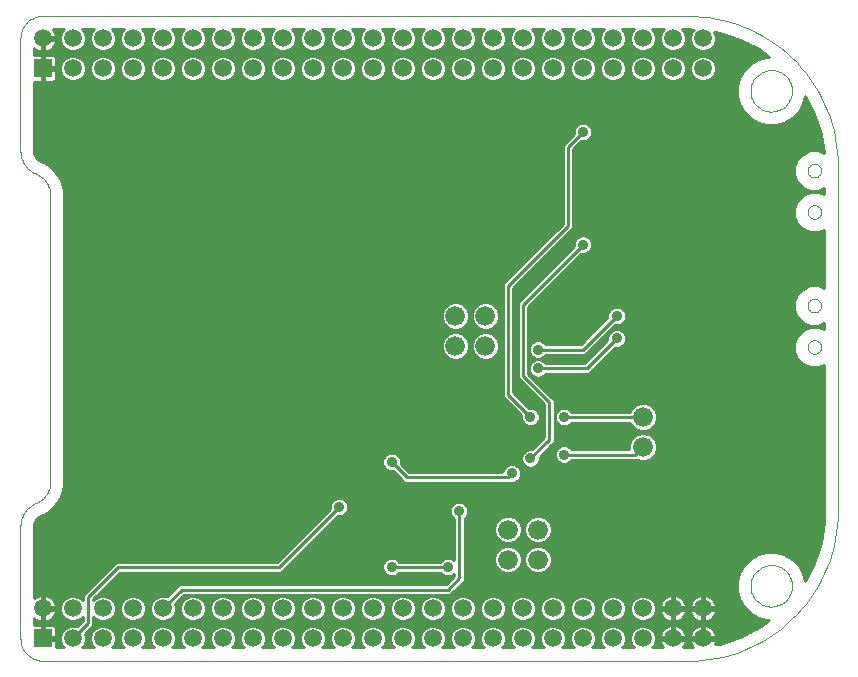
<source format=gtl>
G75*
G70*
%OFA0B0*%
%FSLAX24Y24*%
%IPPOS*%
%LPD*%
%AMOC8*
5,1,8,0,0,1.08239X$1,22.5*
%
%ADD10C,0.0000*%
%ADD11R,0.0594X0.0594*%
%ADD12C,0.0594*%
%ADD13C,0.0660*%
%ADD14C,0.0357*%
%ADD15C,0.0100*%
D10*
X007250Y003400D02*
X007250Y007150D01*
X007252Y007206D01*
X007258Y007262D01*
X007267Y007318D01*
X007281Y007372D01*
X007298Y007426D01*
X007319Y007478D01*
X007343Y007528D01*
X007371Y007577D01*
X007403Y007624D01*
X007437Y007669D01*
X007474Y007711D01*
X007514Y007750D01*
X007557Y007786D01*
X007602Y007820D01*
X007650Y007850D01*
X007699Y007877D01*
X007750Y007900D01*
X007801Y007923D01*
X007850Y007950D01*
X007898Y007980D01*
X007943Y008014D01*
X007986Y008050D01*
X008026Y008089D01*
X008063Y008131D01*
X008097Y008176D01*
X008129Y008223D01*
X008157Y008272D01*
X008181Y008322D01*
X008202Y008374D01*
X008219Y008428D01*
X008233Y008482D01*
X008242Y008538D01*
X008248Y008594D01*
X008250Y008650D01*
X008250Y018150D01*
X008248Y018206D01*
X008242Y018262D01*
X008233Y018318D01*
X008219Y018372D01*
X008202Y018426D01*
X008181Y018478D01*
X008157Y018528D01*
X008129Y018577D01*
X008097Y018624D01*
X008063Y018669D01*
X008026Y018711D01*
X007986Y018750D01*
X007943Y018786D01*
X007898Y018820D01*
X007850Y018850D01*
X007801Y018877D01*
X007750Y018900D01*
X007699Y018923D01*
X007650Y018950D01*
X007602Y018980D01*
X007557Y019014D01*
X007514Y019050D01*
X007474Y019089D01*
X007437Y019131D01*
X007403Y019176D01*
X007371Y019223D01*
X007343Y019272D01*
X007319Y019322D01*
X007298Y019374D01*
X007281Y019428D01*
X007267Y019482D01*
X007258Y019538D01*
X007252Y019594D01*
X007250Y019650D01*
X007250Y023400D01*
X007252Y023454D01*
X007258Y023507D01*
X007267Y023559D01*
X007280Y023611D01*
X007297Y023662D01*
X007318Y023712D01*
X007342Y023759D01*
X007369Y023805D01*
X007400Y023849D01*
X007433Y023891D01*
X007470Y023930D01*
X007509Y023967D01*
X007551Y024000D01*
X007595Y024031D01*
X007641Y024058D01*
X007688Y024082D01*
X007738Y024103D01*
X007789Y024120D01*
X007841Y024133D01*
X007893Y024142D01*
X007946Y024148D01*
X008000Y024150D01*
X029500Y024150D01*
X031587Y021650D02*
X031589Y021702D01*
X031595Y021754D01*
X031605Y021805D01*
X031618Y021855D01*
X031636Y021905D01*
X031657Y021952D01*
X031681Y021998D01*
X031710Y022042D01*
X031741Y022084D01*
X031775Y022123D01*
X031812Y022160D01*
X031852Y022193D01*
X031895Y022224D01*
X031939Y022251D01*
X031985Y022275D01*
X032034Y022295D01*
X032083Y022311D01*
X032134Y022324D01*
X032185Y022333D01*
X032237Y022338D01*
X032289Y022339D01*
X032341Y022336D01*
X032393Y022329D01*
X032444Y022318D01*
X032494Y022304D01*
X032543Y022285D01*
X032590Y022263D01*
X032635Y022238D01*
X032679Y022209D01*
X032720Y022177D01*
X032759Y022142D01*
X032794Y022104D01*
X032827Y022063D01*
X032857Y022021D01*
X032883Y021976D01*
X032906Y021929D01*
X032925Y021880D01*
X032941Y021830D01*
X032953Y021780D01*
X032961Y021728D01*
X032965Y021676D01*
X032965Y021624D01*
X032961Y021572D01*
X032953Y021520D01*
X032941Y021470D01*
X032925Y021420D01*
X032906Y021371D01*
X032883Y021324D01*
X032857Y021279D01*
X032827Y021237D01*
X032794Y021196D01*
X032759Y021158D01*
X032720Y021123D01*
X032679Y021091D01*
X032635Y021062D01*
X032590Y021037D01*
X032543Y021015D01*
X032494Y020996D01*
X032444Y020982D01*
X032393Y020971D01*
X032341Y020964D01*
X032289Y020961D01*
X032237Y020962D01*
X032185Y020967D01*
X032134Y020976D01*
X032083Y020989D01*
X032034Y021005D01*
X031985Y021025D01*
X031939Y021049D01*
X031895Y021076D01*
X031852Y021107D01*
X031812Y021140D01*
X031775Y021177D01*
X031741Y021216D01*
X031710Y021258D01*
X031681Y021302D01*
X031657Y021348D01*
X031636Y021395D01*
X031618Y021445D01*
X031605Y021495D01*
X031595Y021546D01*
X031589Y021598D01*
X031587Y021650D01*
X029500Y024150D02*
X029738Y024144D01*
X029975Y024127D01*
X030212Y024099D01*
X030446Y024060D01*
X030679Y024009D01*
X030909Y023947D01*
X031135Y023875D01*
X031358Y023792D01*
X031577Y023698D01*
X031791Y023594D01*
X032000Y023480D01*
X032203Y023356D01*
X032400Y023223D01*
X032591Y023080D01*
X032774Y022929D01*
X032950Y022769D01*
X033119Y022600D01*
X033279Y022424D01*
X033430Y022241D01*
X033573Y022050D01*
X033706Y021853D01*
X033830Y021650D01*
X033944Y021441D01*
X034048Y021227D01*
X034142Y021008D01*
X034225Y020785D01*
X034297Y020559D01*
X034359Y020329D01*
X034410Y020096D01*
X034449Y019862D01*
X034477Y019625D01*
X034494Y019388D01*
X034500Y019150D01*
X034500Y007650D01*
X031587Y005150D02*
X031589Y005202D01*
X031595Y005254D01*
X031605Y005305D01*
X031618Y005355D01*
X031636Y005405D01*
X031657Y005452D01*
X031681Y005498D01*
X031710Y005542D01*
X031741Y005584D01*
X031775Y005623D01*
X031812Y005660D01*
X031852Y005693D01*
X031895Y005724D01*
X031939Y005751D01*
X031985Y005775D01*
X032034Y005795D01*
X032083Y005811D01*
X032134Y005824D01*
X032185Y005833D01*
X032237Y005838D01*
X032289Y005839D01*
X032341Y005836D01*
X032393Y005829D01*
X032444Y005818D01*
X032494Y005804D01*
X032543Y005785D01*
X032590Y005763D01*
X032635Y005738D01*
X032679Y005709D01*
X032720Y005677D01*
X032759Y005642D01*
X032794Y005604D01*
X032827Y005563D01*
X032857Y005521D01*
X032883Y005476D01*
X032906Y005429D01*
X032925Y005380D01*
X032941Y005330D01*
X032953Y005280D01*
X032961Y005228D01*
X032965Y005176D01*
X032965Y005124D01*
X032961Y005072D01*
X032953Y005020D01*
X032941Y004970D01*
X032925Y004920D01*
X032906Y004871D01*
X032883Y004824D01*
X032857Y004779D01*
X032827Y004737D01*
X032794Y004696D01*
X032759Y004658D01*
X032720Y004623D01*
X032679Y004591D01*
X032635Y004562D01*
X032590Y004537D01*
X032543Y004515D01*
X032494Y004496D01*
X032444Y004482D01*
X032393Y004471D01*
X032341Y004464D01*
X032289Y004461D01*
X032237Y004462D01*
X032185Y004467D01*
X032134Y004476D01*
X032083Y004489D01*
X032034Y004505D01*
X031985Y004525D01*
X031939Y004549D01*
X031895Y004576D01*
X031852Y004607D01*
X031812Y004640D01*
X031775Y004677D01*
X031741Y004716D01*
X031710Y004758D01*
X031681Y004802D01*
X031657Y004848D01*
X031636Y004895D01*
X031618Y004945D01*
X031605Y004995D01*
X031595Y005046D01*
X031589Y005098D01*
X031587Y005150D01*
X029500Y002650D02*
X008000Y002650D01*
X007946Y002652D01*
X007893Y002658D01*
X007841Y002667D01*
X007789Y002680D01*
X007738Y002697D01*
X007688Y002718D01*
X007641Y002742D01*
X007595Y002769D01*
X007551Y002800D01*
X007509Y002833D01*
X007470Y002870D01*
X007433Y002909D01*
X007400Y002951D01*
X007369Y002995D01*
X007342Y003041D01*
X007318Y003088D01*
X007297Y003138D01*
X007280Y003189D01*
X007267Y003241D01*
X007258Y003293D01*
X007252Y003346D01*
X007250Y003400D01*
X029500Y002650D02*
X029738Y002656D01*
X029975Y002673D01*
X030212Y002701D01*
X030446Y002740D01*
X030679Y002791D01*
X030909Y002853D01*
X031135Y002925D01*
X031358Y003008D01*
X031577Y003102D01*
X031791Y003206D01*
X032000Y003320D01*
X032203Y003444D01*
X032400Y003577D01*
X032591Y003720D01*
X032774Y003871D01*
X032950Y004031D01*
X033119Y004200D01*
X033279Y004376D01*
X033430Y004559D01*
X033573Y004750D01*
X033706Y004947D01*
X033830Y005150D01*
X033944Y005359D01*
X034048Y005573D01*
X034142Y005792D01*
X034225Y006015D01*
X034297Y006241D01*
X034359Y006471D01*
X034410Y006704D01*
X034449Y006938D01*
X034477Y007175D01*
X034494Y007412D01*
X034500Y007650D01*
X033487Y013111D02*
X033489Y013140D01*
X033495Y013169D01*
X033504Y013197D01*
X033517Y013224D01*
X033534Y013249D01*
X033553Y013271D01*
X033575Y013290D01*
X033600Y013307D01*
X033627Y013320D01*
X033655Y013329D01*
X033684Y013335D01*
X033713Y013337D01*
X033742Y013335D01*
X033771Y013329D01*
X033799Y013320D01*
X033826Y013307D01*
X033851Y013290D01*
X033873Y013271D01*
X033892Y013249D01*
X033909Y013224D01*
X033922Y013197D01*
X033931Y013169D01*
X033937Y013140D01*
X033939Y013111D01*
X033937Y013082D01*
X033931Y013053D01*
X033922Y013025D01*
X033909Y012998D01*
X033892Y012973D01*
X033873Y012951D01*
X033851Y012932D01*
X033826Y012915D01*
X033799Y012902D01*
X033771Y012893D01*
X033742Y012887D01*
X033713Y012885D01*
X033684Y012887D01*
X033655Y012893D01*
X033627Y012902D01*
X033600Y012915D01*
X033575Y012932D01*
X033553Y012951D01*
X033534Y012973D01*
X033517Y012998D01*
X033504Y013025D01*
X033495Y013053D01*
X033489Y013082D01*
X033487Y013111D01*
X033487Y014489D02*
X033489Y014518D01*
X033495Y014547D01*
X033504Y014575D01*
X033517Y014602D01*
X033534Y014627D01*
X033553Y014649D01*
X033575Y014668D01*
X033600Y014685D01*
X033627Y014698D01*
X033655Y014707D01*
X033684Y014713D01*
X033713Y014715D01*
X033742Y014713D01*
X033771Y014707D01*
X033799Y014698D01*
X033826Y014685D01*
X033851Y014668D01*
X033873Y014649D01*
X033892Y014627D01*
X033909Y014602D01*
X033922Y014575D01*
X033931Y014547D01*
X033937Y014518D01*
X033939Y014489D01*
X033937Y014460D01*
X033931Y014431D01*
X033922Y014403D01*
X033909Y014376D01*
X033892Y014351D01*
X033873Y014329D01*
X033851Y014310D01*
X033826Y014293D01*
X033799Y014280D01*
X033771Y014271D01*
X033742Y014265D01*
X033713Y014263D01*
X033684Y014265D01*
X033655Y014271D01*
X033627Y014280D01*
X033600Y014293D01*
X033575Y014310D01*
X033553Y014329D01*
X033534Y014351D01*
X033517Y014376D01*
X033504Y014403D01*
X033495Y014431D01*
X033489Y014460D01*
X033487Y014489D01*
X033487Y017611D02*
X033489Y017640D01*
X033495Y017669D01*
X033504Y017697D01*
X033517Y017724D01*
X033534Y017749D01*
X033553Y017771D01*
X033575Y017790D01*
X033600Y017807D01*
X033627Y017820D01*
X033655Y017829D01*
X033684Y017835D01*
X033713Y017837D01*
X033742Y017835D01*
X033771Y017829D01*
X033799Y017820D01*
X033826Y017807D01*
X033851Y017790D01*
X033873Y017771D01*
X033892Y017749D01*
X033909Y017724D01*
X033922Y017697D01*
X033931Y017669D01*
X033937Y017640D01*
X033939Y017611D01*
X033937Y017582D01*
X033931Y017553D01*
X033922Y017525D01*
X033909Y017498D01*
X033892Y017473D01*
X033873Y017451D01*
X033851Y017432D01*
X033826Y017415D01*
X033799Y017402D01*
X033771Y017393D01*
X033742Y017387D01*
X033713Y017385D01*
X033684Y017387D01*
X033655Y017393D01*
X033627Y017402D01*
X033600Y017415D01*
X033575Y017432D01*
X033553Y017451D01*
X033534Y017473D01*
X033517Y017498D01*
X033504Y017525D01*
X033495Y017553D01*
X033489Y017582D01*
X033487Y017611D01*
X033487Y018989D02*
X033489Y019018D01*
X033495Y019047D01*
X033504Y019075D01*
X033517Y019102D01*
X033534Y019127D01*
X033553Y019149D01*
X033575Y019168D01*
X033600Y019185D01*
X033627Y019198D01*
X033655Y019207D01*
X033684Y019213D01*
X033713Y019215D01*
X033742Y019213D01*
X033771Y019207D01*
X033799Y019198D01*
X033826Y019185D01*
X033851Y019168D01*
X033873Y019149D01*
X033892Y019127D01*
X033909Y019102D01*
X033922Y019075D01*
X033931Y019047D01*
X033937Y019018D01*
X033939Y018989D01*
X033937Y018960D01*
X033931Y018931D01*
X033922Y018903D01*
X033909Y018876D01*
X033892Y018851D01*
X033873Y018829D01*
X033851Y018810D01*
X033826Y018793D01*
X033799Y018780D01*
X033771Y018771D01*
X033742Y018765D01*
X033713Y018763D01*
X033684Y018765D01*
X033655Y018771D01*
X033627Y018780D01*
X033600Y018793D01*
X033575Y018810D01*
X033553Y018829D01*
X033534Y018851D01*
X033517Y018876D01*
X033504Y018903D01*
X033495Y018931D01*
X033489Y018960D01*
X033487Y018989D01*
D11*
X008000Y022400D03*
X008000Y003400D03*
D12*
X009000Y003400D03*
X010000Y003400D03*
X011000Y003400D03*
X012000Y003400D03*
X013000Y003400D03*
X014000Y003400D03*
X015000Y003400D03*
X016000Y003400D03*
X017000Y003400D03*
X018000Y003400D03*
X019000Y003400D03*
X020000Y003400D03*
X021000Y003400D03*
X022000Y003400D03*
X023000Y003400D03*
X024000Y003400D03*
X025000Y003400D03*
X026000Y003400D03*
X027000Y003400D03*
X028000Y003400D03*
X029000Y003400D03*
X030000Y003400D03*
X030000Y004400D03*
X029000Y004400D03*
X028000Y004400D03*
X027000Y004400D03*
X026000Y004400D03*
X025000Y004400D03*
X024000Y004400D03*
X023000Y004400D03*
X022000Y004400D03*
X021000Y004400D03*
X020000Y004400D03*
X019000Y004400D03*
X018000Y004400D03*
X017000Y004400D03*
X016000Y004400D03*
X015000Y004400D03*
X014000Y004400D03*
X013000Y004400D03*
X012000Y004400D03*
X011000Y004400D03*
X010000Y004400D03*
X009000Y004400D03*
X008000Y004400D03*
X009000Y022400D03*
X010000Y022400D03*
X011000Y022400D03*
X012000Y022400D03*
X013000Y022400D03*
X014000Y022400D03*
X015000Y022400D03*
X016000Y022400D03*
X017000Y022400D03*
X018000Y022400D03*
X019000Y022400D03*
X020000Y022400D03*
X021000Y022400D03*
X022000Y022400D03*
X023000Y022400D03*
X024000Y022400D03*
X025000Y022400D03*
X026000Y022400D03*
X027000Y022400D03*
X028000Y022400D03*
X029000Y022400D03*
X030000Y022400D03*
X030000Y023400D03*
X029000Y023400D03*
X028000Y023400D03*
X027000Y023400D03*
X026000Y023400D03*
X025000Y023400D03*
X024000Y023400D03*
X023000Y023400D03*
X022000Y023400D03*
X021000Y023400D03*
X020000Y023400D03*
X019000Y023400D03*
X018000Y023400D03*
X017000Y023400D03*
X016000Y023400D03*
X015000Y023400D03*
X014000Y023400D03*
X013000Y023400D03*
X012000Y023400D03*
X011000Y023400D03*
X010000Y023400D03*
X009000Y023400D03*
X008000Y023400D03*
D13*
X021750Y014150D03*
X022750Y014150D03*
X022750Y013150D03*
X021750Y013150D03*
X028000Y010775D03*
X028000Y009775D03*
X024500Y007025D03*
X023500Y007025D03*
X023500Y006025D03*
X024500Y006025D03*
D14*
X025750Y005525D03*
X025750Y006650D03*
X025750Y007775D03*
X025375Y009525D03*
X025375Y010150D03*
X025375Y010775D03*
X024250Y010775D03*
X024250Y009400D03*
X023625Y008900D03*
X021875Y007650D03*
X019625Y009275D03*
X019625Y009900D03*
X019875Y011900D03*
X018125Y011900D03*
X016625Y010400D03*
X016625Y008775D03*
X017875Y007775D03*
X016625Y007275D03*
X016625Y005775D03*
X017875Y005775D03*
X019625Y005775D03*
X021500Y005775D03*
X022250Y005775D03*
X021375Y011900D03*
X024500Y012400D03*
X024500Y013025D03*
X024375Y013650D03*
X027125Y013400D03*
X027125Y014150D03*
X026000Y016525D03*
X024625Y017275D03*
X024625Y019275D03*
X026000Y020275D03*
X024625Y021150D03*
D15*
X025739Y020450D02*
X025692Y020336D01*
X025692Y020221D01*
X025320Y019850D01*
X025320Y017225D01*
X023425Y015330D01*
X023320Y015225D01*
X023320Y011450D01*
X023942Y010829D01*
X023942Y010714D01*
X023989Y010600D01*
X024075Y010514D01*
X024189Y010467D01*
X024311Y010467D01*
X024425Y010514D01*
X024511Y010600D01*
X024558Y010714D01*
X024558Y010836D01*
X024511Y010950D01*
X024425Y011036D01*
X024311Y011083D01*
X024196Y011083D01*
X023680Y011600D01*
X023680Y015075D01*
X025680Y017075D01*
X025680Y017225D01*
X025680Y019700D01*
X025946Y019967D01*
X026061Y019967D01*
X026175Y020014D01*
X026261Y020100D01*
X026308Y020214D01*
X026308Y020336D01*
X026261Y020450D01*
X026175Y020536D01*
X026061Y020583D01*
X025939Y020583D01*
X025825Y020536D01*
X025739Y020450D01*
X025760Y020471D02*
X007700Y020471D01*
X007700Y020373D02*
X025707Y020373D01*
X025692Y020274D02*
X007700Y020274D01*
X007700Y020176D02*
X025646Y020176D01*
X025547Y020077D02*
X007700Y020077D01*
X007700Y019979D02*
X025449Y019979D01*
X025350Y019880D02*
X007700Y019880D01*
X007700Y019782D02*
X025320Y019782D01*
X025320Y019683D02*
X007700Y019683D01*
X007700Y019650D02*
X007700Y021953D01*
X007952Y021953D01*
X007952Y022352D01*
X008048Y022352D01*
X008048Y022448D01*
X007952Y022448D01*
X007952Y022847D01*
X007700Y022847D01*
X007700Y023068D01*
X007709Y023059D01*
X007766Y023018D01*
X007828Y022986D01*
X007895Y022964D01*
X007952Y022955D01*
X007952Y023352D01*
X008048Y023352D01*
X008048Y023448D01*
X008445Y023448D01*
X008436Y023505D01*
X008414Y023572D01*
X008382Y023634D01*
X008341Y023691D01*
X008332Y023700D01*
X008696Y023700D01*
X008638Y023642D01*
X008573Y023485D01*
X008573Y023315D01*
X008638Y023158D01*
X008758Y023038D01*
X008915Y022973D01*
X009085Y022973D01*
X009242Y023038D01*
X009362Y023158D01*
X009427Y023315D01*
X009427Y023485D01*
X009362Y023642D01*
X009304Y023700D01*
X009696Y023700D01*
X009638Y023642D01*
X009573Y023485D01*
X009573Y023315D01*
X009638Y023158D01*
X009758Y023038D01*
X009915Y022973D01*
X010085Y022973D01*
X010242Y023038D01*
X010362Y023158D01*
X010427Y023315D01*
X010427Y023485D01*
X010362Y023642D01*
X010304Y023700D01*
X010696Y023700D01*
X010638Y023642D01*
X010573Y023485D01*
X010573Y023315D01*
X010638Y023158D01*
X010758Y023038D01*
X010915Y022973D01*
X011085Y022973D01*
X011242Y023038D01*
X011362Y023158D01*
X011427Y023315D01*
X011427Y023485D01*
X011362Y023642D01*
X011304Y023700D01*
X011696Y023700D01*
X011638Y023642D01*
X011573Y023485D01*
X011573Y023315D01*
X011638Y023158D01*
X011758Y023038D01*
X011915Y022973D01*
X012085Y022973D01*
X012242Y023038D01*
X012362Y023158D01*
X012427Y023315D01*
X012427Y023485D01*
X012362Y023642D01*
X012304Y023700D01*
X012696Y023700D01*
X012638Y023642D01*
X012573Y023485D01*
X012573Y023315D01*
X012638Y023158D01*
X012758Y023038D01*
X012915Y022973D01*
X013085Y022973D01*
X013242Y023038D01*
X013362Y023158D01*
X013427Y023315D01*
X013427Y023485D01*
X013362Y023642D01*
X013304Y023700D01*
X013696Y023700D01*
X013638Y023642D01*
X013573Y023485D01*
X013573Y023315D01*
X013638Y023158D01*
X013758Y023038D01*
X013915Y022973D01*
X014085Y022973D01*
X014242Y023038D01*
X014362Y023158D01*
X014427Y023315D01*
X014427Y023485D01*
X014362Y023642D01*
X014304Y023700D01*
X014696Y023700D01*
X014638Y023642D01*
X014573Y023485D01*
X014573Y023315D01*
X014638Y023158D01*
X014758Y023038D01*
X014915Y022973D01*
X015085Y022973D01*
X015242Y023038D01*
X015362Y023158D01*
X015427Y023315D01*
X015427Y023485D01*
X015362Y023642D01*
X015304Y023700D01*
X015696Y023700D01*
X015638Y023642D01*
X015573Y023485D01*
X015573Y023315D01*
X015638Y023158D01*
X015758Y023038D01*
X015915Y022973D01*
X016085Y022973D01*
X016242Y023038D01*
X016362Y023158D01*
X016427Y023315D01*
X016427Y023485D01*
X016362Y023642D01*
X016304Y023700D01*
X016696Y023700D01*
X016638Y023642D01*
X016573Y023485D01*
X016573Y023315D01*
X016638Y023158D01*
X016758Y023038D01*
X016915Y022973D01*
X017085Y022973D01*
X017242Y023038D01*
X017362Y023158D01*
X017427Y023315D01*
X017427Y023485D01*
X017362Y023642D01*
X017304Y023700D01*
X017696Y023700D01*
X017638Y023642D01*
X017573Y023485D01*
X017573Y023315D01*
X017638Y023158D01*
X017758Y023038D01*
X017915Y022973D01*
X018085Y022973D01*
X018242Y023038D01*
X018362Y023158D01*
X018427Y023315D01*
X018427Y023485D01*
X018362Y023642D01*
X018304Y023700D01*
X018696Y023700D01*
X018638Y023642D01*
X018573Y023485D01*
X018573Y023315D01*
X018638Y023158D01*
X018758Y023038D01*
X018915Y022973D01*
X019085Y022973D01*
X019242Y023038D01*
X019362Y023158D01*
X019427Y023315D01*
X019427Y023485D01*
X019362Y023642D01*
X019304Y023700D01*
X019696Y023700D01*
X019638Y023642D01*
X019573Y023485D01*
X019573Y023315D01*
X019638Y023158D01*
X019758Y023038D01*
X019915Y022973D01*
X020085Y022973D01*
X020242Y023038D01*
X020362Y023158D01*
X020427Y023315D01*
X020427Y023485D01*
X020362Y023642D01*
X020304Y023700D01*
X020696Y023700D01*
X020638Y023642D01*
X020573Y023485D01*
X020573Y023315D01*
X020638Y023158D01*
X020758Y023038D01*
X020915Y022973D01*
X021085Y022973D01*
X021242Y023038D01*
X021362Y023158D01*
X021427Y023315D01*
X021427Y023485D01*
X021362Y023642D01*
X021304Y023700D01*
X021696Y023700D01*
X021638Y023642D01*
X021573Y023485D01*
X021573Y023315D01*
X021638Y023158D01*
X021758Y023038D01*
X021915Y022973D01*
X022085Y022973D01*
X022242Y023038D01*
X022362Y023158D01*
X022427Y023315D01*
X022427Y023485D01*
X022362Y023642D01*
X022304Y023700D01*
X022696Y023700D01*
X022638Y023642D01*
X022573Y023485D01*
X022573Y023315D01*
X022638Y023158D01*
X022758Y023038D01*
X022915Y022973D01*
X023085Y022973D01*
X023242Y023038D01*
X023362Y023158D01*
X023427Y023315D01*
X023427Y023485D01*
X023362Y023642D01*
X023304Y023700D01*
X023696Y023700D01*
X023638Y023642D01*
X023573Y023485D01*
X023573Y023315D01*
X023638Y023158D01*
X023758Y023038D01*
X023915Y022973D01*
X024085Y022973D01*
X024242Y023038D01*
X024362Y023158D01*
X024427Y023315D01*
X024427Y023485D01*
X024362Y023642D01*
X024304Y023700D01*
X024696Y023700D01*
X024638Y023642D01*
X024573Y023485D01*
X024573Y023315D01*
X024638Y023158D01*
X024758Y023038D01*
X024915Y022973D01*
X025085Y022973D01*
X025242Y023038D01*
X025362Y023158D01*
X025427Y023315D01*
X025427Y023485D01*
X025362Y023642D01*
X025304Y023700D01*
X025696Y023700D01*
X025638Y023642D01*
X025573Y023485D01*
X025573Y023315D01*
X025638Y023158D01*
X025758Y023038D01*
X025915Y022973D01*
X026085Y022973D01*
X026242Y023038D01*
X026362Y023158D01*
X026427Y023315D01*
X026427Y023485D01*
X026362Y023642D01*
X026304Y023700D01*
X026696Y023700D01*
X026638Y023642D01*
X026573Y023485D01*
X026573Y023315D01*
X026638Y023158D01*
X026758Y023038D01*
X026915Y022973D01*
X027085Y022973D01*
X027242Y023038D01*
X027362Y023158D01*
X027427Y023315D01*
X027427Y023485D01*
X027362Y023642D01*
X027304Y023700D01*
X027696Y023700D01*
X027638Y023642D01*
X027573Y023485D01*
X027573Y023315D01*
X027638Y023158D01*
X027758Y023038D01*
X027915Y022973D01*
X028085Y022973D01*
X028242Y023038D01*
X028362Y023158D01*
X028427Y023315D01*
X028427Y023485D01*
X028362Y023642D01*
X028304Y023700D01*
X028696Y023700D01*
X028638Y023642D01*
X028573Y023485D01*
X028573Y023315D01*
X028638Y023158D01*
X028758Y023038D01*
X028915Y022973D01*
X029085Y022973D01*
X029242Y023038D01*
X029362Y023158D01*
X029427Y023315D01*
X029427Y023485D01*
X029362Y023642D01*
X029304Y023700D01*
X029500Y023700D01*
X029689Y023693D01*
X029638Y023642D01*
X029573Y023485D01*
X029573Y023315D01*
X029638Y023158D01*
X029758Y023038D01*
X029915Y022973D01*
X030085Y022973D01*
X030242Y023038D01*
X030362Y023158D01*
X030427Y023315D01*
X030427Y023485D01*
X030378Y023603D01*
X030562Y023574D01*
X031241Y023354D01*
X031877Y023030D01*
X032208Y022789D01*
X032126Y022789D01*
X031836Y022711D01*
X031576Y022561D01*
X031364Y022349D01*
X031214Y022090D01*
X031137Y021800D01*
X031137Y021500D01*
X031214Y021210D01*
X031364Y020951D01*
X031576Y020739D01*
X031836Y020589D01*
X032126Y020511D01*
X032426Y020511D01*
X032715Y020589D01*
X032975Y020739D01*
X033187Y020951D01*
X033337Y021210D01*
X033407Y021473D01*
X033704Y020891D01*
X033924Y020212D01*
X034022Y019593D01*
X033847Y019665D01*
X033578Y019665D01*
X033329Y019562D01*
X033139Y019372D01*
X033036Y019124D01*
X033036Y018854D01*
X033139Y018606D01*
X033329Y018416D01*
X033578Y018313D01*
X033847Y018313D01*
X034050Y018397D01*
X034050Y018203D01*
X033847Y018287D01*
X033578Y018287D01*
X033329Y018184D01*
X033139Y017994D01*
X033036Y017746D01*
X033036Y017476D01*
X033139Y017228D01*
X033329Y017038D01*
X033578Y016935D01*
X033847Y016935D01*
X034050Y017019D01*
X034050Y015081D01*
X033847Y015165D01*
X033578Y015165D01*
X033329Y015062D01*
X033139Y014872D01*
X033036Y014624D01*
X033036Y014354D01*
X033139Y014106D01*
X033329Y013916D01*
X033578Y013813D01*
X033847Y013813D01*
X034050Y013897D01*
X034050Y013703D01*
X033847Y013787D01*
X033578Y013787D01*
X033329Y013684D01*
X033139Y013494D01*
X033036Y013246D01*
X033036Y012976D01*
X033139Y012728D01*
X033329Y012538D01*
X033578Y012435D01*
X033847Y012435D01*
X034050Y012519D01*
X034050Y007650D01*
X034036Y007293D01*
X033924Y006588D01*
X033704Y005909D01*
X033407Y005327D01*
X033337Y005590D01*
X033187Y005849D01*
X032975Y006061D01*
X032715Y006211D01*
X032426Y006289D01*
X032126Y006289D01*
X031836Y006211D01*
X031576Y006061D01*
X031364Y005849D01*
X031214Y005590D01*
X031137Y005300D01*
X031137Y005000D01*
X031214Y004710D01*
X031364Y004451D01*
X031576Y004239D01*
X031836Y004089D01*
X032126Y004011D01*
X032208Y004011D01*
X031877Y003770D01*
X031241Y003446D01*
X030562Y003226D01*
X030400Y003200D01*
X030414Y003228D01*
X030436Y003295D01*
X030445Y003352D01*
X030048Y003352D01*
X030048Y003448D01*
X029952Y003448D01*
X029952Y003352D01*
X029555Y003352D01*
X029564Y003295D01*
X029586Y003228D01*
X029618Y003166D01*
X029659Y003109D01*
X029662Y003106D01*
X029500Y003100D01*
X029332Y003100D01*
X029341Y003109D01*
X029382Y003166D01*
X029414Y003228D01*
X029436Y003295D01*
X029445Y003352D01*
X029048Y003352D01*
X029048Y003448D01*
X028952Y003448D01*
X028952Y003352D01*
X028555Y003352D01*
X028564Y003295D01*
X028586Y003228D01*
X028618Y003166D01*
X028659Y003109D01*
X028668Y003100D01*
X028304Y003100D01*
X028362Y003158D01*
X028427Y003315D01*
X028427Y003485D01*
X028362Y003642D01*
X028242Y003762D01*
X028085Y003827D01*
X027915Y003827D01*
X027758Y003762D01*
X027638Y003642D01*
X027573Y003485D01*
X027573Y003315D01*
X027638Y003158D01*
X027696Y003100D01*
X027304Y003100D01*
X027362Y003158D01*
X027427Y003315D01*
X027427Y003485D01*
X027362Y003642D01*
X027242Y003762D01*
X027085Y003827D01*
X026915Y003827D01*
X026758Y003762D01*
X026638Y003642D01*
X026573Y003485D01*
X026573Y003315D01*
X026638Y003158D01*
X026696Y003100D01*
X026304Y003100D01*
X026362Y003158D01*
X026427Y003315D01*
X026427Y003485D01*
X026362Y003642D01*
X026242Y003762D01*
X026085Y003827D01*
X025915Y003827D01*
X025758Y003762D01*
X025638Y003642D01*
X025573Y003485D01*
X025573Y003315D01*
X025638Y003158D01*
X025696Y003100D01*
X025304Y003100D01*
X025362Y003158D01*
X025427Y003315D01*
X025427Y003485D01*
X025362Y003642D01*
X025242Y003762D01*
X025085Y003827D01*
X024915Y003827D01*
X024758Y003762D01*
X024638Y003642D01*
X024573Y003485D01*
X024573Y003315D01*
X024638Y003158D01*
X024696Y003100D01*
X024304Y003100D01*
X024362Y003158D01*
X024427Y003315D01*
X024427Y003485D01*
X024362Y003642D01*
X024242Y003762D01*
X024085Y003827D01*
X023915Y003827D01*
X023758Y003762D01*
X023638Y003642D01*
X023573Y003485D01*
X023573Y003315D01*
X023638Y003158D01*
X023696Y003100D01*
X023304Y003100D01*
X023362Y003158D01*
X023427Y003315D01*
X023427Y003485D01*
X023362Y003642D01*
X023242Y003762D01*
X023085Y003827D01*
X022915Y003827D01*
X022758Y003762D01*
X022638Y003642D01*
X022573Y003485D01*
X022573Y003315D01*
X022638Y003158D01*
X022696Y003100D01*
X022304Y003100D01*
X022362Y003158D01*
X022427Y003315D01*
X022427Y003485D01*
X022362Y003642D01*
X022242Y003762D01*
X022085Y003827D01*
X021915Y003827D01*
X021758Y003762D01*
X021638Y003642D01*
X021573Y003485D01*
X021573Y003315D01*
X021638Y003158D01*
X021696Y003100D01*
X021304Y003100D01*
X021362Y003158D01*
X021427Y003315D01*
X021427Y003485D01*
X021362Y003642D01*
X021242Y003762D01*
X021085Y003827D01*
X020915Y003827D01*
X020758Y003762D01*
X020638Y003642D01*
X020573Y003485D01*
X020573Y003315D01*
X020638Y003158D01*
X020696Y003100D01*
X020304Y003100D01*
X020362Y003158D01*
X020427Y003315D01*
X020427Y003485D01*
X020362Y003642D01*
X020242Y003762D01*
X020085Y003827D01*
X019915Y003827D01*
X019758Y003762D01*
X019638Y003642D01*
X019573Y003485D01*
X019573Y003315D01*
X019638Y003158D01*
X019696Y003100D01*
X019304Y003100D01*
X019362Y003158D01*
X019427Y003315D01*
X019427Y003485D01*
X019362Y003642D01*
X019242Y003762D01*
X019085Y003827D01*
X018915Y003827D01*
X018758Y003762D01*
X018638Y003642D01*
X018573Y003485D01*
X018573Y003315D01*
X018638Y003158D01*
X018696Y003100D01*
X018304Y003100D01*
X018362Y003158D01*
X018427Y003315D01*
X018427Y003485D01*
X018362Y003642D01*
X018242Y003762D01*
X018085Y003827D01*
X017915Y003827D01*
X017758Y003762D01*
X017638Y003642D01*
X017573Y003485D01*
X017573Y003315D01*
X017638Y003158D01*
X017696Y003100D01*
X017304Y003100D01*
X017362Y003158D01*
X017427Y003315D01*
X017427Y003485D01*
X017362Y003642D01*
X017242Y003762D01*
X017085Y003827D01*
X016915Y003827D01*
X016758Y003762D01*
X016638Y003642D01*
X016573Y003485D01*
X016573Y003315D01*
X016638Y003158D01*
X016696Y003100D01*
X016304Y003100D01*
X016362Y003158D01*
X016427Y003315D01*
X016427Y003485D01*
X016362Y003642D01*
X016242Y003762D01*
X016085Y003827D01*
X015915Y003827D01*
X015758Y003762D01*
X015638Y003642D01*
X015573Y003485D01*
X015573Y003315D01*
X015638Y003158D01*
X015696Y003100D01*
X015304Y003100D01*
X015362Y003158D01*
X015427Y003315D01*
X015427Y003485D01*
X015362Y003642D01*
X015242Y003762D01*
X015085Y003827D01*
X014915Y003827D01*
X014758Y003762D01*
X014638Y003642D01*
X014573Y003485D01*
X014573Y003315D01*
X014638Y003158D01*
X014696Y003100D01*
X014304Y003100D01*
X014362Y003158D01*
X014427Y003315D01*
X014427Y003485D01*
X014362Y003642D01*
X014242Y003762D01*
X014085Y003827D01*
X013915Y003827D01*
X013758Y003762D01*
X013638Y003642D01*
X013573Y003485D01*
X013573Y003315D01*
X013638Y003158D01*
X013696Y003100D01*
X013304Y003100D01*
X013362Y003158D01*
X013427Y003315D01*
X013427Y003485D01*
X013362Y003642D01*
X013242Y003762D01*
X013085Y003827D01*
X012915Y003827D01*
X012758Y003762D01*
X012638Y003642D01*
X012573Y003485D01*
X012573Y003315D01*
X012638Y003158D01*
X012696Y003100D01*
X012304Y003100D01*
X012362Y003158D01*
X012427Y003315D01*
X012427Y003485D01*
X012362Y003642D01*
X012242Y003762D01*
X012085Y003827D01*
X011915Y003827D01*
X011758Y003762D01*
X011638Y003642D01*
X011573Y003485D01*
X011573Y003315D01*
X011638Y003158D01*
X011696Y003100D01*
X011304Y003100D01*
X011362Y003158D01*
X011427Y003315D01*
X011427Y003485D01*
X011362Y003642D01*
X011242Y003762D01*
X011085Y003827D01*
X010915Y003827D01*
X010758Y003762D01*
X010638Y003642D01*
X010573Y003485D01*
X010573Y003315D01*
X010638Y003158D01*
X010696Y003100D01*
X010304Y003100D01*
X010362Y003158D01*
X010427Y003315D01*
X010427Y003485D01*
X010362Y003642D01*
X010242Y003762D01*
X010085Y003827D01*
X009915Y003827D01*
X009758Y003762D01*
X009638Y003642D01*
X009573Y003485D01*
X009573Y003315D01*
X009638Y003158D01*
X009696Y003100D01*
X009304Y003100D01*
X009362Y003158D01*
X009427Y003315D01*
X009427Y003485D01*
X009401Y003547D01*
X009575Y003720D01*
X009680Y003825D01*
X009680Y004116D01*
X009758Y004038D01*
X009915Y003973D01*
X010085Y003973D01*
X010242Y004038D01*
X010362Y004158D01*
X010427Y004315D01*
X010427Y004485D01*
X010362Y004642D01*
X010242Y004762D01*
X010085Y004827D01*
X009915Y004827D01*
X009758Y004762D01*
X009680Y004684D01*
X009680Y004700D01*
X010575Y005595D01*
X015950Y005595D01*
X017821Y007467D01*
X017936Y007467D01*
X018050Y007514D01*
X018136Y007600D01*
X018183Y007714D01*
X018183Y007836D01*
X018136Y007950D01*
X018050Y008036D01*
X017936Y008083D01*
X017814Y008083D01*
X017700Y008036D01*
X017614Y007950D01*
X017567Y007836D01*
X017567Y007721D01*
X015800Y005955D01*
X010425Y005955D01*
X010320Y005850D01*
X009320Y004850D01*
X009320Y004684D01*
X009242Y004762D01*
X009085Y004827D01*
X008915Y004827D01*
X008758Y004762D01*
X008638Y004642D01*
X008573Y004485D01*
X008573Y004315D01*
X008638Y004158D01*
X008758Y004038D01*
X008915Y003973D01*
X009085Y003973D01*
X009242Y004038D01*
X009320Y004116D01*
X009320Y003975D01*
X009147Y003801D01*
X009085Y003827D01*
X008915Y003827D01*
X008758Y003762D01*
X008638Y003642D01*
X008573Y003485D01*
X008573Y003315D01*
X008638Y003158D01*
X008696Y003100D01*
X008447Y003100D01*
X008447Y003352D01*
X008048Y003352D01*
X008048Y003448D01*
X007952Y003448D01*
X007952Y003847D01*
X007700Y003847D01*
X007700Y004068D01*
X007709Y004059D01*
X007766Y004018D01*
X007828Y003986D01*
X007895Y003964D01*
X007952Y003955D01*
X007952Y004352D01*
X008048Y004352D01*
X008048Y004448D01*
X007952Y004448D01*
X007952Y004845D01*
X007895Y004836D01*
X007828Y004814D01*
X007766Y004782D01*
X007709Y004741D01*
X007700Y004732D01*
X007700Y007150D01*
X007704Y007203D01*
X007735Y007305D01*
X007794Y007393D01*
X007876Y007461D01*
X007923Y007485D01*
X008096Y007557D01*
X008384Y007794D01*
X008384Y007794D01*
X008384Y007794D01*
X008592Y008105D01*
X008700Y008463D01*
X008700Y018240D01*
X008700Y018337D01*
X008592Y018695D01*
X008384Y019006D01*
X008096Y019243D01*
X007923Y019315D01*
X007876Y019339D01*
X007794Y019407D01*
X007735Y019495D01*
X007704Y019597D01*
X007700Y019650D01*
X007708Y019585D02*
X025320Y019585D01*
X025320Y019486D02*
X007741Y019486D01*
X007817Y019388D02*
X025320Y019388D01*
X025320Y019289D02*
X007986Y019289D01*
X007923Y019315D02*
X007923Y019315D01*
X008096Y019243D02*
X008096Y019243D01*
X008160Y019191D02*
X025320Y019191D01*
X025320Y019092D02*
X008280Y019092D01*
X008384Y019006D02*
X008384Y019006D01*
X008392Y018994D02*
X025320Y018994D01*
X025320Y018895D02*
X008458Y018895D01*
X008524Y018797D02*
X025320Y018797D01*
X025320Y018698D02*
X008589Y018698D01*
X008592Y018695D02*
X008592Y018695D01*
X008620Y018600D02*
X025320Y018600D01*
X025320Y018501D02*
X008650Y018501D01*
X008680Y018403D02*
X025320Y018403D01*
X025320Y018304D02*
X008700Y018304D01*
X008700Y018337D02*
X008700Y018337D01*
X008700Y018206D02*
X025320Y018206D01*
X025320Y018107D02*
X008700Y018107D01*
X008700Y018009D02*
X025320Y018009D01*
X025320Y017910D02*
X008700Y017910D01*
X008700Y017812D02*
X025320Y017812D01*
X025320Y017713D02*
X008700Y017713D01*
X008700Y017615D02*
X025320Y017615D01*
X025320Y017516D02*
X008700Y017516D01*
X008700Y017418D02*
X025320Y017418D01*
X025320Y017319D02*
X008700Y017319D01*
X008700Y017221D02*
X025316Y017221D01*
X025217Y017122D02*
X008700Y017122D01*
X008700Y017024D02*
X025119Y017024D01*
X025020Y016925D02*
X008700Y016925D01*
X008700Y016827D02*
X024922Y016827D01*
X024823Y016728D02*
X008700Y016728D01*
X008700Y016630D02*
X024725Y016630D01*
X024626Y016531D02*
X008700Y016531D01*
X008700Y016433D02*
X024528Y016433D01*
X024429Y016334D02*
X008700Y016334D01*
X008700Y016236D02*
X024331Y016236D01*
X024232Y016137D02*
X008700Y016137D01*
X008700Y016039D02*
X024134Y016039D01*
X024035Y015940D02*
X008700Y015940D01*
X008700Y015842D02*
X023937Y015842D01*
X023838Y015743D02*
X008700Y015743D01*
X008700Y015645D02*
X023740Y015645D01*
X023641Y015546D02*
X008700Y015546D01*
X008700Y015448D02*
X023543Y015448D01*
X023444Y015349D02*
X008700Y015349D01*
X008700Y015251D02*
X023346Y015251D01*
X023320Y015152D02*
X008700Y015152D01*
X008700Y015054D02*
X023320Y015054D01*
X023320Y014955D02*
X008700Y014955D01*
X008700Y014857D02*
X023320Y014857D01*
X023320Y014758D02*
X008700Y014758D01*
X008700Y014660D02*
X023320Y014660D01*
X023320Y014561D02*
X022960Y014561D01*
X023011Y014540D02*
X022841Y014610D01*
X022658Y014610D01*
X022489Y014540D01*
X022360Y014411D01*
X022290Y014241D01*
X022290Y014058D01*
X022360Y013889D01*
X022489Y013760D01*
X022658Y013690D01*
X022841Y013690D01*
X023011Y013760D01*
X023140Y013889D01*
X023210Y014058D01*
X023210Y014241D01*
X023140Y014411D01*
X023011Y014540D01*
X023088Y014463D02*
X023320Y014463D01*
X023320Y014364D02*
X023159Y014364D01*
X023200Y014266D02*
X023320Y014266D01*
X023320Y014167D02*
X023210Y014167D01*
X023210Y014069D02*
X023320Y014069D01*
X023320Y013970D02*
X023173Y013970D01*
X023122Y013872D02*
X023320Y013872D01*
X023320Y013773D02*
X023024Y013773D01*
X022924Y013576D02*
X023320Y013576D01*
X023320Y013478D02*
X023073Y013478D01*
X023011Y013540D02*
X022841Y013610D01*
X022658Y013610D01*
X022489Y013540D01*
X022360Y013411D01*
X022290Y013241D01*
X022290Y013058D01*
X022360Y012889D01*
X022489Y012760D01*
X022658Y012690D01*
X022841Y012690D01*
X023011Y012760D01*
X023140Y012889D01*
X023210Y013058D01*
X023210Y013241D01*
X023140Y013411D01*
X023011Y013540D01*
X023153Y013379D02*
X023320Y013379D01*
X023320Y013281D02*
X023194Y013281D01*
X023210Y013182D02*
X023320Y013182D01*
X023320Y013084D02*
X023210Y013084D01*
X023180Y012985D02*
X023320Y012985D01*
X023320Y012887D02*
X023137Y012887D01*
X023039Y012788D02*
X023320Y012788D01*
X023320Y012690D02*
X008700Y012690D01*
X008700Y012788D02*
X021461Y012788D01*
X021489Y012760D02*
X021658Y012690D01*
X021841Y012690D01*
X022011Y012760D01*
X022140Y012889D01*
X022210Y013058D01*
X022210Y013241D01*
X022140Y013411D01*
X022011Y013540D01*
X021841Y013610D01*
X021658Y013610D01*
X021489Y013540D01*
X021360Y013411D01*
X021290Y013241D01*
X021290Y013058D01*
X021360Y012889D01*
X021489Y012760D01*
X021363Y012887D02*
X008700Y012887D01*
X008700Y012985D02*
X021320Y012985D01*
X021290Y013084D02*
X008700Y013084D01*
X008700Y013182D02*
X021290Y013182D01*
X021306Y013281D02*
X008700Y013281D01*
X008700Y013379D02*
X021347Y013379D01*
X021427Y013478D02*
X008700Y013478D01*
X008700Y013576D02*
X021576Y013576D01*
X021658Y013690D02*
X021841Y013690D01*
X022011Y013760D01*
X022140Y013889D01*
X022210Y014058D01*
X022210Y014241D01*
X022140Y014411D01*
X022011Y014540D01*
X021841Y014610D01*
X021658Y014610D01*
X021489Y014540D01*
X021360Y014411D01*
X021290Y014241D01*
X021290Y014058D01*
X021360Y013889D01*
X021489Y013760D01*
X021658Y013690D01*
X021476Y013773D02*
X008700Y013773D01*
X008700Y013675D02*
X023320Y013675D01*
X023680Y013675D02*
X023820Y013675D01*
X023820Y013773D02*
X023680Y013773D01*
X023680Y013872D02*
X023820Y013872D01*
X023820Y013970D02*
X023680Y013970D01*
X023680Y014069D02*
X023820Y014069D01*
X023820Y014167D02*
X023680Y014167D01*
X023680Y014266D02*
X023820Y014266D01*
X023820Y014364D02*
X023680Y014364D01*
X023680Y014463D02*
X023820Y014463D01*
X023820Y014561D02*
X023680Y014561D01*
X023680Y014660D02*
X023880Y014660D01*
X023925Y014705D02*
X023820Y014600D01*
X023820Y012075D01*
X024695Y011200D01*
X024695Y010100D01*
X024304Y009708D01*
X024189Y009708D01*
X024075Y009661D01*
X023989Y009575D01*
X023942Y009461D01*
X023942Y009339D01*
X023989Y009225D01*
X024075Y009139D01*
X024189Y009092D01*
X024311Y009092D01*
X024425Y009139D01*
X024511Y009225D01*
X024558Y009339D01*
X024558Y009454D01*
X024950Y009845D01*
X025055Y009950D01*
X025055Y011350D01*
X024950Y011455D01*
X024180Y012225D01*
X024180Y014450D01*
X025946Y016217D01*
X026061Y016217D01*
X026175Y016264D01*
X026261Y016350D01*
X026308Y016464D01*
X026308Y016586D01*
X026261Y016700D01*
X026175Y016786D01*
X026061Y016833D01*
X025939Y016833D01*
X025825Y016786D01*
X025739Y016700D01*
X025692Y016586D01*
X025692Y016471D01*
X023925Y014705D01*
X023925Y014705D01*
X023978Y014758D02*
X023680Y014758D01*
X023680Y014857D02*
X024077Y014857D01*
X024175Y014955D02*
X023680Y014955D01*
X023680Y015054D02*
X024274Y015054D01*
X024372Y015152D02*
X023757Y015152D01*
X023855Y015251D02*
X024471Y015251D01*
X024569Y015349D02*
X023954Y015349D01*
X024052Y015448D02*
X024668Y015448D01*
X024766Y015546D02*
X024151Y015546D01*
X024249Y015645D02*
X024865Y015645D01*
X024963Y015743D02*
X024348Y015743D01*
X024446Y015842D02*
X025062Y015842D01*
X025160Y015940D02*
X024545Y015940D01*
X024643Y016039D02*
X025259Y016039D01*
X025357Y016137D02*
X024742Y016137D01*
X024840Y016236D02*
X025456Y016236D01*
X025554Y016334D02*
X024939Y016334D01*
X025037Y016433D02*
X025653Y016433D01*
X025692Y016531D02*
X025136Y016531D01*
X025234Y016630D02*
X025709Y016630D01*
X025767Y016728D02*
X025333Y016728D01*
X025431Y016827D02*
X025922Y016827D01*
X026078Y016827D02*
X034050Y016827D01*
X034050Y016925D02*
X025530Y016925D01*
X025628Y017024D02*
X033363Y017024D01*
X033245Y017122D02*
X025680Y017122D01*
X025680Y017221D02*
X033147Y017221D01*
X033101Y017319D02*
X025680Y017319D01*
X025680Y017418D02*
X033061Y017418D01*
X033036Y017516D02*
X025680Y017516D01*
X025680Y017615D02*
X033036Y017615D01*
X033036Y017713D02*
X025680Y017713D01*
X025680Y017812D02*
X033064Y017812D01*
X033104Y017910D02*
X025680Y017910D01*
X025680Y018009D02*
X033154Y018009D01*
X033252Y018107D02*
X025680Y018107D01*
X025680Y018206D02*
X033380Y018206D01*
X033361Y018403D02*
X025680Y018403D01*
X025680Y018501D02*
X033244Y018501D01*
X033145Y018600D02*
X025680Y018600D01*
X025680Y018698D02*
X033101Y018698D01*
X033060Y018797D02*
X025680Y018797D01*
X025680Y018895D02*
X033036Y018895D01*
X033036Y018994D02*
X025680Y018994D01*
X025680Y019092D02*
X033036Y019092D01*
X033064Y019191D02*
X025680Y019191D01*
X025680Y019289D02*
X033105Y019289D01*
X033155Y019388D02*
X025680Y019388D01*
X025680Y019486D02*
X033253Y019486D01*
X033383Y019585D02*
X025680Y019585D01*
X025680Y019683D02*
X034008Y019683D01*
X033992Y019782D02*
X025761Y019782D01*
X025860Y019880D02*
X033977Y019880D01*
X033961Y019979D02*
X026090Y019979D01*
X026238Y020077D02*
X033946Y020077D01*
X033930Y020176D02*
X026293Y020176D01*
X026308Y020274D02*
X033904Y020274D01*
X033872Y020373D02*
X026293Y020373D01*
X026240Y020471D02*
X033840Y020471D01*
X033808Y020570D02*
X032644Y020570D01*
X032853Y020668D02*
X033776Y020668D01*
X033744Y020767D02*
X033003Y020767D01*
X033101Y020865D02*
X033712Y020865D01*
X033667Y020964D02*
X033194Y020964D01*
X033251Y021062D02*
X033617Y021062D01*
X033566Y021161D02*
X033308Y021161D01*
X033350Y021259D02*
X033516Y021259D01*
X033466Y021358D02*
X033376Y021358D01*
X033403Y021456D02*
X033416Y021456D01*
X031907Y020570D02*
X026095Y020570D01*
X025905Y020570D02*
X007700Y020570D01*
X007700Y020668D02*
X031698Y020668D01*
X031548Y020767D02*
X007700Y020767D01*
X007700Y020865D02*
X031450Y020865D01*
X031357Y020964D02*
X007700Y020964D01*
X007700Y021062D02*
X031300Y021062D01*
X031243Y021161D02*
X007700Y021161D01*
X007700Y021259D02*
X031201Y021259D01*
X031175Y021358D02*
X007700Y021358D01*
X007700Y021456D02*
X031148Y021456D01*
X031137Y021555D02*
X007700Y021555D01*
X007700Y021653D02*
X031137Y021653D01*
X031137Y021752D02*
X007700Y021752D01*
X007700Y021850D02*
X031150Y021850D01*
X031176Y021949D02*
X007700Y021949D01*
X007952Y022047D02*
X008048Y022047D01*
X008048Y021953D02*
X008317Y021953D01*
X008355Y021963D01*
X008389Y021983D01*
X008417Y022011D01*
X008437Y022045D01*
X008447Y022083D01*
X008447Y022352D01*
X008048Y022352D01*
X008048Y021953D01*
X008048Y022146D02*
X007952Y022146D01*
X007952Y022244D02*
X008048Y022244D01*
X008048Y022343D02*
X007952Y022343D01*
X008048Y022441D02*
X008573Y022441D01*
X008573Y022485D02*
X008573Y022315D01*
X008638Y022158D01*
X008758Y022038D01*
X008915Y021973D01*
X009085Y021973D01*
X009242Y022038D01*
X009362Y022158D01*
X009427Y022315D01*
X009427Y022485D01*
X009362Y022642D01*
X009242Y022762D01*
X009085Y022827D01*
X008915Y022827D01*
X008758Y022762D01*
X008638Y022642D01*
X008573Y022485D01*
X008596Y022540D02*
X008447Y022540D01*
X008447Y022448D02*
X008447Y022717D01*
X008437Y022755D01*
X008417Y022789D01*
X008389Y022817D01*
X008355Y022837D01*
X008317Y022847D01*
X008048Y022847D01*
X008048Y022448D01*
X008447Y022448D01*
X008447Y022343D02*
X008573Y022343D01*
X008603Y022244D02*
X008447Y022244D01*
X008447Y022146D02*
X008651Y022146D01*
X008749Y022047D02*
X008437Y022047D01*
X008447Y022638D02*
X008637Y022638D01*
X008733Y022737D02*
X008442Y022737D01*
X008357Y022835D02*
X032145Y022835D01*
X032009Y022934D02*
X007700Y022934D01*
X007700Y023032D02*
X007746Y023032D01*
X007952Y023032D02*
X008048Y023032D01*
X008048Y022955D02*
X008105Y022964D01*
X008172Y022986D01*
X008234Y023018D01*
X008291Y023059D01*
X008341Y023109D01*
X008382Y023166D01*
X008414Y023228D01*
X008436Y023295D01*
X008445Y023352D01*
X008048Y023352D01*
X008048Y022955D01*
X008048Y022835D02*
X007952Y022835D01*
X007952Y022737D02*
X008048Y022737D01*
X008048Y022638D02*
X007952Y022638D01*
X007952Y022540D02*
X008048Y022540D01*
X008254Y023032D02*
X008773Y023032D01*
X008666Y023131D02*
X008357Y023131D01*
X008414Y023229D02*
X008609Y023229D01*
X008573Y023328D02*
X008441Y023328D01*
X008573Y023426D02*
X008048Y023426D01*
X008048Y023328D02*
X007952Y023328D01*
X007952Y023229D02*
X008048Y023229D01*
X008048Y023131D02*
X007952Y023131D01*
X008429Y023525D02*
X008590Y023525D01*
X008630Y023623D02*
X008388Y023623D01*
X009370Y023623D02*
X009630Y023623D01*
X009590Y023525D02*
X009410Y023525D01*
X009427Y023426D02*
X009573Y023426D01*
X009573Y023328D02*
X009427Y023328D01*
X009391Y023229D02*
X009609Y023229D01*
X009666Y023131D02*
X009334Y023131D01*
X009227Y023032D02*
X009773Y023032D01*
X009915Y022827D02*
X009758Y022762D01*
X009638Y022642D01*
X009573Y022485D01*
X009573Y022315D01*
X009638Y022158D01*
X009758Y022038D01*
X009915Y021973D01*
X010085Y021973D01*
X010242Y022038D01*
X010362Y022158D01*
X010427Y022315D01*
X010427Y022485D01*
X010362Y022642D01*
X010242Y022762D01*
X010085Y022827D01*
X009915Y022827D01*
X009733Y022737D02*
X009267Y022737D01*
X009363Y022638D02*
X009637Y022638D01*
X009596Y022540D02*
X009404Y022540D01*
X009427Y022441D02*
X009573Y022441D01*
X009573Y022343D02*
X009427Y022343D01*
X009397Y022244D02*
X009603Y022244D01*
X009651Y022146D02*
X009349Y022146D01*
X009251Y022047D02*
X009749Y022047D01*
X010251Y022047D02*
X010749Y022047D01*
X010758Y022038D02*
X010915Y021973D01*
X011085Y021973D01*
X011242Y022038D01*
X011362Y022158D01*
X011427Y022315D01*
X011427Y022485D01*
X011362Y022642D01*
X011242Y022762D01*
X011085Y022827D01*
X010915Y022827D01*
X010758Y022762D01*
X010638Y022642D01*
X010573Y022485D01*
X010573Y022315D01*
X010638Y022158D01*
X010758Y022038D01*
X010651Y022146D02*
X010349Y022146D01*
X010397Y022244D02*
X010603Y022244D01*
X010573Y022343D02*
X010427Y022343D01*
X010427Y022441D02*
X010573Y022441D01*
X010596Y022540D02*
X010404Y022540D01*
X010363Y022638D02*
X010637Y022638D01*
X010733Y022737D02*
X010267Y022737D01*
X010227Y023032D02*
X010773Y023032D01*
X010666Y023131D02*
X010334Y023131D01*
X010391Y023229D02*
X010609Y023229D01*
X010573Y023328D02*
X010427Y023328D01*
X010427Y023426D02*
X010573Y023426D01*
X010590Y023525D02*
X010410Y023525D01*
X010370Y023623D02*
X010630Y023623D01*
X011370Y023623D02*
X011630Y023623D01*
X011590Y023525D02*
X011410Y023525D01*
X011427Y023426D02*
X011573Y023426D01*
X011573Y023328D02*
X011427Y023328D01*
X011391Y023229D02*
X011609Y023229D01*
X011666Y023131D02*
X011334Y023131D01*
X011227Y023032D02*
X011773Y023032D01*
X011915Y022827D02*
X011758Y022762D01*
X011638Y022642D01*
X011573Y022485D01*
X011573Y022315D01*
X011638Y022158D01*
X011758Y022038D01*
X011915Y021973D01*
X012085Y021973D01*
X012242Y022038D01*
X012362Y022158D01*
X012427Y022315D01*
X012427Y022485D01*
X012362Y022642D01*
X012242Y022762D01*
X012085Y022827D01*
X011915Y022827D01*
X011733Y022737D02*
X011267Y022737D01*
X011363Y022638D02*
X011637Y022638D01*
X011596Y022540D02*
X011404Y022540D01*
X011427Y022441D02*
X011573Y022441D01*
X011573Y022343D02*
X011427Y022343D01*
X011397Y022244D02*
X011603Y022244D01*
X011651Y022146D02*
X011349Y022146D01*
X011251Y022047D02*
X011749Y022047D01*
X012251Y022047D02*
X012749Y022047D01*
X012758Y022038D02*
X012915Y021973D01*
X013085Y021973D01*
X013242Y022038D01*
X013362Y022158D01*
X013427Y022315D01*
X013427Y022485D01*
X013362Y022642D01*
X013242Y022762D01*
X013085Y022827D01*
X012915Y022827D01*
X012758Y022762D01*
X012638Y022642D01*
X012573Y022485D01*
X012573Y022315D01*
X012638Y022158D01*
X012758Y022038D01*
X012651Y022146D02*
X012349Y022146D01*
X012397Y022244D02*
X012603Y022244D01*
X012573Y022343D02*
X012427Y022343D01*
X012427Y022441D02*
X012573Y022441D01*
X012596Y022540D02*
X012404Y022540D01*
X012363Y022638D02*
X012637Y022638D01*
X012733Y022737D02*
X012267Y022737D01*
X012227Y023032D02*
X012773Y023032D01*
X012666Y023131D02*
X012334Y023131D01*
X012391Y023229D02*
X012609Y023229D01*
X012573Y023328D02*
X012427Y023328D01*
X012427Y023426D02*
X012573Y023426D01*
X012590Y023525D02*
X012410Y023525D01*
X012370Y023623D02*
X012630Y023623D01*
X013370Y023623D02*
X013630Y023623D01*
X013590Y023525D02*
X013410Y023525D01*
X013427Y023426D02*
X013573Y023426D01*
X013573Y023328D02*
X013427Y023328D01*
X013391Y023229D02*
X013609Y023229D01*
X013666Y023131D02*
X013334Y023131D01*
X013227Y023032D02*
X013773Y023032D01*
X013915Y022827D02*
X013758Y022762D01*
X013638Y022642D01*
X013573Y022485D01*
X013573Y022315D01*
X013638Y022158D01*
X013758Y022038D01*
X013915Y021973D01*
X014085Y021973D01*
X014242Y022038D01*
X014362Y022158D01*
X014427Y022315D01*
X014427Y022485D01*
X014362Y022642D01*
X014242Y022762D01*
X014085Y022827D01*
X013915Y022827D01*
X013733Y022737D02*
X013267Y022737D01*
X013363Y022638D02*
X013637Y022638D01*
X013596Y022540D02*
X013404Y022540D01*
X013427Y022441D02*
X013573Y022441D01*
X013573Y022343D02*
X013427Y022343D01*
X013397Y022244D02*
X013603Y022244D01*
X013651Y022146D02*
X013349Y022146D01*
X013251Y022047D02*
X013749Y022047D01*
X014251Y022047D02*
X014749Y022047D01*
X014758Y022038D02*
X014915Y021973D01*
X015085Y021973D01*
X015242Y022038D01*
X015362Y022158D01*
X015427Y022315D01*
X015427Y022485D01*
X015362Y022642D01*
X015242Y022762D01*
X015085Y022827D01*
X014915Y022827D01*
X014758Y022762D01*
X014638Y022642D01*
X014573Y022485D01*
X014573Y022315D01*
X014638Y022158D01*
X014758Y022038D01*
X014651Y022146D02*
X014349Y022146D01*
X014397Y022244D02*
X014603Y022244D01*
X014573Y022343D02*
X014427Y022343D01*
X014427Y022441D02*
X014573Y022441D01*
X014596Y022540D02*
X014404Y022540D01*
X014363Y022638D02*
X014637Y022638D01*
X014733Y022737D02*
X014267Y022737D01*
X014227Y023032D02*
X014773Y023032D01*
X014666Y023131D02*
X014334Y023131D01*
X014391Y023229D02*
X014609Y023229D01*
X014573Y023328D02*
X014427Y023328D01*
X014427Y023426D02*
X014573Y023426D01*
X014590Y023525D02*
X014410Y023525D01*
X014370Y023623D02*
X014630Y023623D01*
X015370Y023623D02*
X015630Y023623D01*
X015590Y023525D02*
X015410Y023525D01*
X015427Y023426D02*
X015573Y023426D01*
X015573Y023328D02*
X015427Y023328D01*
X015391Y023229D02*
X015609Y023229D01*
X015666Y023131D02*
X015334Y023131D01*
X015227Y023032D02*
X015773Y023032D01*
X015915Y022827D02*
X015758Y022762D01*
X015638Y022642D01*
X015573Y022485D01*
X015573Y022315D01*
X015638Y022158D01*
X015758Y022038D01*
X015915Y021973D01*
X016085Y021973D01*
X016242Y022038D01*
X016362Y022158D01*
X016427Y022315D01*
X016427Y022485D01*
X016362Y022642D01*
X016242Y022762D01*
X016085Y022827D01*
X015915Y022827D01*
X015733Y022737D02*
X015267Y022737D01*
X015363Y022638D02*
X015637Y022638D01*
X015596Y022540D02*
X015404Y022540D01*
X015427Y022441D02*
X015573Y022441D01*
X015573Y022343D02*
X015427Y022343D01*
X015397Y022244D02*
X015603Y022244D01*
X015651Y022146D02*
X015349Y022146D01*
X015251Y022047D02*
X015749Y022047D01*
X016251Y022047D02*
X016749Y022047D01*
X016758Y022038D02*
X016915Y021973D01*
X017085Y021973D01*
X017242Y022038D01*
X017362Y022158D01*
X017427Y022315D01*
X017427Y022485D01*
X017362Y022642D01*
X017242Y022762D01*
X017085Y022827D01*
X016915Y022827D01*
X016758Y022762D01*
X016638Y022642D01*
X016573Y022485D01*
X016573Y022315D01*
X016638Y022158D01*
X016758Y022038D01*
X016651Y022146D02*
X016349Y022146D01*
X016397Y022244D02*
X016603Y022244D01*
X016573Y022343D02*
X016427Y022343D01*
X016427Y022441D02*
X016573Y022441D01*
X016596Y022540D02*
X016404Y022540D01*
X016363Y022638D02*
X016637Y022638D01*
X016733Y022737D02*
X016267Y022737D01*
X016227Y023032D02*
X016773Y023032D01*
X016666Y023131D02*
X016334Y023131D01*
X016391Y023229D02*
X016609Y023229D01*
X016573Y023328D02*
X016427Y023328D01*
X016427Y023426D02*
X016573Y023426D01*
X016590Y023525D02*
X016410Y023525D01*
X016370Y023623D02*
X016630Y023623D01*
X017370Y023623D02*
X017630Y023623D01*
X017590Y023525D02*
X017410Y023525D01*
X017427Y023426D02*
X017573Y023426D01*
X017573Y023328D02*
X017427Y023328D01*
X017391Y023229D02*
X017609Y023229D01*
X017666Y023131D02*
X017334Y023131D01*
X017227Y023032D02*
X017773Y023032D01*
X017915Y022827D02*
X017758Y022762D01*
X017638Y022642D01*
X017573Y022485D01*
X017573Y022315D01*
X017638Y022158D01*
X017758Y022038D01*
X017915Y021973D01*
X018085Y021973D01*
X018242Y022038D01*
X018362Y022158D01*
X018427Y022315D01*
X018427Y022485D01*
X018362Y022642D01*
X018242Y022762D01*
X018085Y022827D01*
X017915Y022827D01*
X017733Y022737D02*
X017267Y022737D01*
X017363Y022638D02*
X017637Y022638D01*
X017596Y022540D02*
X017404Y022540D01*
X017427Y022441D02*
X017573Y022441D01*
X017573Y022343D02*
X017427Y022343D01*
X017397Y022244D02*
X017603Y022244D01*
X017651Y022146D02*
X017349Y022146D01*
X017251Y022047D02*
X017749Y022047D01*
X018251Y022047D02*
X018749Y022047D01*
X018758Y022038D02*
X018915Y021973D01*
X019085Y021973D01*
X019242Y022038D01*
X019362Y022158D01*
X019427Y022315D01*
X019427Y022485D01*
X019362Y022642D01*
X019242Y022762D01*
X019085Y022827D01*
X018915Y022827D01*
X018758Y022762D01*
X018638Y022642D01*
X018573Y022485D01*
X018573Y022315D01*
X018638Y022158D01*
X018758Y022038D01*
X018651Y022146D02*
X018349Y022146D01*
X018397Y022244D02*
X018603Y022244D01*
X018573Y022343D02*
X018427Y022343D01*
X018427Y022441D02*
X018573Y022441D01*
X018596Y022540D02*
X018404Y022540D01*
X018363Y022638D02*
X018637Y022638D01*
X018733Y022737D02*
X018267Y022737D01*
X018227Y023032D02*
X018773Y023032D01*
X018666Y023131D02*
X018334Y023131D01*
X018391Y023229D02*
X018609Y023229D01*
X018573Y023328D02*
X018427Y023328D01*
X018427Y023426D02*
X018573Y023426D01*
X018590Y023525D02*
X018410Y023525D01*
X018370Y023623D02*
X018630Y023623D01*
X019370Y023623D02*
X019630Y023623D01*
X019590Y023525D02*
X019410Y023525D01*
X019427Y023426D02*
X019573Y023426D01*
X019573Y023328D02*
X019427Y023328D01*
X019391Y023229D02*
X019609Y023229D01*
X019666Y023131D02*
X019334Y023131D01*
X019227Y023032D02*
X019773Y023032D01*
X019915Y022827D02*
X019758Y022762D01*
X019638Y022642D01*
X019573Y022485D01*
X019573Y022315D01*
X019638Y022158D01*
X019758Y022038D01*
X019915Y021973D01*
X020085Y021973D01*
X020242Y022038D01*
X020362Y022158D01*
X020427Y022315D01*
X020427Y022485D01*
X020362Y022642D01*
X020242Y022762D01*
X020085Y022827D01*
X019915Y022827D01*
X019733Y022737D02*
X019267Y022737D01*
X019363Y022638D02*
X019637Y022638D01*
X019596Y022540D02*
X019404Y022540D01*
X019427Y022441D02*
X019573Y022441D01*
X019573Y022343D02*
X019427Y022343D01*
X019397Y022244D02*
X019603Y022244D01*
X019651Y022146D02*
X019349Y022146D01*
X019251Y022047D02*
X019749Y022047D01*
X020251Y022047D02*
X020749Y022047D01*
X020758Y022038D02*
X020915Y021973D01*
X021085Y021973D01*
X021242Y022038D01*
X021362Y022158D01*
X021427Y022315D01*
X021427Y022485D01*
X021362Y022642D01*
X021242Y022762D01*
X021085Y022827D01*
X020915Y022827D01*
X020758Y022762D01*
X020638Y022642D01*
X020573Y022485D01*
X020573Y022315D01*
X020638Y022158D01*
X020758Y022038D01*
X020651Y022146D02*
X020349Y022146D01*
X020397Y022244D02*
X020603Y022244D01*
X020573Y022343D02*
X020427Y022343D01*
X020427Y022441D02*
X020573Y022441D01*
X020596Y022540D02*
X020404Y022540D01*
X020363Y022638D02*
X020637Y022638D01*
X020733Y022737D02*
X020267Y022737D01*
X020227Y023032D02*
X020773Y023032D01*
X020666Y023131D02*
X020334Y023131D01*
X020391Y023229D02*
X020609Y023229D01*
X020573Y023328D02*
X020427Y023328D01*
X020427Y023426D02*
X020573Y023426D01*
X020590Y023525D02*
X020410Y023525D01*
X020370Y023623D02*
X020630Y023623D01*
X021370Y023623D02*
X021630Y023623D01*
X021590Y023525D02*
X021410Y023525D01*
X021427Y023426D02*
X021573Y023426D01*
X021573Y023328D02*
X021427Y023328D01*
X021391Y023229D02*
X021609Y023229D01*
X021666Y023131D02*
X021334Y023131D01*
X021227Y023032D02*
X021773Y023032D01*
X021915Y022827D02*
X021758Y022762D01*
X021638Y022642D01*
X021573Y022485D01*
X021573Y022315D01*
X021638Y022158D01*
X021758Y022038D01*
X021915Y021973D01*
X022085Y021973D01*
X022242Y022038D01*
X022362Y022158D01*
X022427Y022315D01*
X022427Y022485D01*
X022362Y022642D01*
X022242Y022762D01*
X022085Y022827D01*
X021915Y022827D01*
X021733Y022737D02*
X021267Y022737D01*
X021363Y022638D02*
X021637Y022638D01*
X021596Y022540D02*
X021404Y022540D01*
X021427Y022441D02*
X021573Y022441D01*
X021573Y022343D02*
X021427Y022343D01*
X021397Y022244D02*
X021603Y022244D01*
X021651Y022146D02*
X021349Y022146D01*
X021251Y022047D02*
X021749Y022047D01*
X022251Y022047D02*
X022749Y022047D01*
X022758Y022038D02*
X022915Y021973D01*
X023085Y021973D01*
X023242Y022038D01*
X023362Y022158D01*
X023427Y022315D01*
X023427Y022485D01*
X023362Y022642D01*
X023242Y022762D01*
X023085Y022827D01*
X022915Y022827D01*
X022758Y022762D01*
X022638Y022642D01*
X022573Y022485D01*
X022573Y022315D01*
X022638Y022158D01*
X022758Y022038D01*
X022651Y022146D02*
X022349Y022146D01*
X022397Y022244D02*
X022603Y022244D01*
X022573Y022343D02*
X022427Y022343D01*
X022427Y022441D02*
X022573Y022441D01*
X022596Y022540D02*
X022404Y022540D01*
X022363Y022638D02*
X022637Y022638D01*
X022733Y022737D02*
X022267Y022737D01*
X022227Y023032D02*
X022773Y023032D01*
X022666Y023131D02*
X022334Y023131D01*
X022391Y023229D02*
X022609Y023229D01*
X022573Y023328D02*
X022427Y023328D01*
X022427Y023426D02*
X022573Y023426D01*
X022590Y023525D02*
X022410Y023525D01*
X022370Y023623D02*
X022630Y023623D01*
X023370Y023623D02*
X023630Y023623D01*
X023590Y023525D02*
X023410Y023525D01*
X023427Y023426D02*
X023573Y023426D01*
X023573Y023328D02*
X023427Y023328D01*
X023391Y023229D02*
X023609Y023229D01*
X023666Y023131D02*
X023334Y023131D01*
X023227Y023032D02*
X023773Y023032D01*
X023915Y022827D02*
X023758Y022762D01*
X023638Y022642D01*
X023573Y022485D01*
X023573Y022315D01*
X023638Y022158D01*
X023758Y022038D01*
X023915Y021973D01*
X024085Y021973D01*
X024242Y022038D01*
X024362Y022158D01*
X024427Y022315D01*
X024427Y022485D01*
X024362Y022642D01*
X024242Y022762D01*
X024085Y022827D01*
X023915Y022827D01*
X023733Y022737D02*
X023267Y022737D01*
X023363Y022638D02*
X023637Y022638D01*
X023596Y022540D02*
X023404Y022540D01*
X023427Y022441D02*
X023573Y022441D01*
X023573Y022343D02*
X023427Y022343D01*
X023397Y022244D02*
X023603Y022244D01*
X023651Y022146D02*
X023349Y022146D01*
X023251Y022047D02*
X023749Y022047D01*
X024251Y022047D02*
X024749Y022047D01*
X024758Y022038D02*
X024915Y021973D01*
X025085Y021973D01*
X025242Y022038D01*
X025362Y022158D01*
X025427Y022315D01*
X025427Y022485D01*
X025362Y022642D01*
X025242Y022762D01*
X025085Y022827D01*
X024915Y022827D01*
X024758Y022762D01*
X024638Y022642D01*
X024573Y022485D01*
X024573Y022315D01*
X024638Y022158D01*
X024758Y022038D01*
X024651Y022146D02*
X024349Y022146D01*
X024397Y022244D02*
X024603Y022244D01*
X024573Y022343D02*
X024427Y022343D01*
X024427Y022441D02*
X024573Y022441D01*
X024596Y022540D02*
X024404Y022540D01*
X024363Y022638D02*
X024637Y022638D01*
X024733Y022737D02*
X024267Y022737D01*
X024227Y023032D02*
X024773Y023032D01*
X024666Y023131D02*
X024334Y023131D01*
X024391Y023229D02*
X024609Y023229D01*
X024573Y023328D02*
X024427Y023328D01*
X024427Y023426D02*
X024573Y023426D01*
X024590Y023525D02*
X024410Y023525D01*
X024370Y023623D02*
X024630Y023623D01*
X025370Y023623D02*
X025630Y023623D01*
X025590Y023525D02*
X025410Y023525D01*
X025427Y023426D02*
X025573Y023426D01*
X025573Y023328D02*
X025427Y023328D01*
X025391Y023229D02*
X025609Y023229D01*
X025666Y023131D02*
X025334Y023131D01*
X025227Y023032D02*
X025773Y023032D01*
X025915Y022827D02*
X025758Y022762D01*
X025638Y022642D01*
X025573Y022485D01*
X025573Y022315D01*
X025638Y022158D01*
X025758Y022038D01*
X025915Y021973D01*
X026085Y021973D01*
X026242Y022038D01*
X026362Y022158D01*
X026427Y022315D01*
X026427Y022485D01*
X026362Y022642D01*
X026242Y022762D01*
X026085Y022827D01*
X025915Y022827D01*
X025733Y022737D02*
X025267Y022737D01*
X025363Y022638D02*
X025637Y022638D01*
X025596Y022540D02*
X025404Y022540D01*
X025427Y022441D02*
X025573Y022441D01*
X025573Y022343D02*
X025427Y022343D01*
X025397Y022244D02*
X025603Y022244D01*
X025651Y022146D02*
X025349Y022146D01*
X025251Y022047D02*
X025749Y022047D01*
X026251Y022047D02*
X026749Y022047D01*
X026758Y022038D02*
X026638Y022158D01*
X026573Y022315D01*
X026573Y022485D01*
X026638Y022642D01*
X026758Y022762D01*
X026915Y022827D01*
X027085Y022827D01*
X027242Y022762D01*
X027362Y022642D01*
X027427Y022485D01*
X027427Y022315D01*
X027362Y022158D01*
X027242Y022038D01*
X027085Y021973D01*
X026915Y021973D01*
X026758Y022038D01*
X026651Y022146D02*
X026349Y022146D01*
X026397Y022244D02*
X026603Y022244D01*
X026573Y022343D02*
X026427Y022343D01*
X026427Y022441D02*
X026573Y022441D01*
X026596Y022540D02*
X026404Y022540D01*
X026363Y022638D02*
X026637Y022638D01*
X026733Y022737D02*
X026267Y022737D01*
X026227Y023032D02*
X026773Y023032D01*
X026666Y023131D02*
X026334Y023131D01*
X026391Y023229D02*
X026609Y023229D01*
X026573Y023328D02*
X026427Y023328D01*
X026427Y023426D02*
X026573Y023426D01*
X026590Y023525D02*
X026410Y023525D01*
X026370Y023623D02*
X026630Y023623D01*
X027370Y023623D02*
X027630Y023623D01*
X027590Y023525D02*
X027410Y023525D01*
X027427Y023426D02*
X027573Y023426D01*
X027573Y023328D02*
X027427Y023328D01*
X027391Y023229D02*
X027609Y023229D01*
X027666Y023131D02*
X027334Y023131D01*
X027227Y023032D02*
X027773Y023032D01*
X027915Y022827D02*
X027758Y022762D01*
X027638Y022642D01*
X027573Y022485D01*
X027573Y022315D01*
X027638Y022158D01*
X027758Y022038D01*
X027915Y021973D01*
X028085Y021973D01*
X028242Y022038D01*
X028362Y022158D01*
X028427Y022315D01*
X028427Y022485D01*
X028362Y022642D01*
X028242Y022762D01*
X028085Y022827D01*
X027915Y022827D01*
X027733Y022737D02*
X027267Y022737D01*
X027363Y022638D02*
X027637Y022638D01*
X027596Y022540D02*
X027404Y022540D01*
X027427Y022441D02*
X027573Y022441D01*
X027573Y022343D02*
X027427Y022343D01*
X027397Y022244D02*
X027603Y022244D01*
X027651Y022146D02*
X027349Y022146D01*
X027251Y022047D02*
X027749Y022047D01*
X028251Y022047D02*
X028749Y022047D01*
X028758Y022038D02*
X028915Y021973D01*
X029085Y021973D01*
X029242Y022038D01*
X029362Y022158D01*
X029427Y022315D01*
X029427Y022485D01*
X029362Y022642D01*
X029242Y022762D01*
X029085Y022827D01*
X028915Y022827D01*
X028758Y022762D01*
X028638Y022642D01*
X028573Y022485D01*
X028573Y022315D01*
X028638Y022158D01*
X028758Y022038D01*
X028651Y022146D02*
X028349Y022146D01*
X028397Y022244D02*
X028603Y022244D01*
X028573Y022343D02*
X028427Y022343D01*
X028427Y022441D02*
X028573Y022441D01*
X028596Y022540D02*
X028404Y022540D01*
X028363Y022638D02*
X028637Y022638D01*
X028733Y022737D02*
X028267Y022737D01*
X028227Y023032D02*
X028773Y023032D01*
X028666Y023131D02*
X028334Y023131D01*
X028391Y023229D02*
X028609Y023229D01*
X028573Y023328D02*
X028427Y023328D01*
X028427Y023426D02*
X028573Y023426D01*
X028590Y023525D02*
X028410Y023525D01*
X028370Y023623D02*
X028630Y023623D01*
X029370Y023623D02*
X029630Y023623D01*
X029590Y023525D02*
X029410Y023525D01*
X029427Y023426D02*
X029573Y023426D01*
X029573Y023328D02*
X029427Y023328D01*
X029391Y023229D02*
X029609Y023229D01*
X029666Y023131D02*
X029334Y023131D01*
X029227Y023032D02*
X029773Y023032D01*
X029915Y022827D02*
X029758Y022762D01*
X029638Y022642D01*
X029573Y022485D01*
X029573Y022315D01*
X029638Y022158D01*
X029758Y022038D01*
X029915Y021973D01*
X030085Y021973D01*
X030242Y022038D01*
X030362Y022158D01*
X030427Y022315D01*
X030427Y022485D01*
X030362Y022642D01*
X030242Y022762D01*
X030085Y022827D01*
X029915Y022827D01*
X029733Y022737D02*
X029267Y022737D01*
X029363Y022638D02*
X029637Y022638D01*
X029596Y022540D02*
X029404Y022540D01*
X029427Y022441D02*
X029573Y022441D01*
X029573Y022343D02*
X029427Y022343D01*
X029397Y022244D02*
X029603Y022244D01*
X029651Y022146D02*
X029349Y022146D01*
X029251Y022047D02*
X029749Y022047D01*
X030251Y022047D02*
X031203Y022047D01*
X031247Y022146D02*
X030349Y022146D01*
X030397Y022244D02*
X031303Y022244D01*
X031360Y022343D02*
X030427Y022343D01*
X030427Y022441D02*
X031456Y022441D01*
X031554Y022540D02*
X030404Y022540D01*
X030363Y022638D02*
X031709Y022638D01*
X031930Y022737D02*
X030267Y022737D01*
X030227Y023032D02*
X031872Y023032D01*
X031679Y023131D02*
X030334Y023131D01*
X030391Y023229D02*
X031486Y023229D01*
X031292Y023328D02*
X030427Y023328D01*
X030427Y023426D02*
X031018Y023426D01*
X030715Y023525D02*
X030410Y023525D01*
X026000Y020275D02*
X025500Y019775D01*
X025500Y017150D01*
X023500Y015150D01*
X023500Y011525D01*
X024250Y010775D01*
X024525Y010917D02*
X024695Y010917D01*
X024695Y011015D02*
X024446Y011015D01*
X024558Y010818D02*
X024695Y010818D01*
X024695Y010720D02*
X024558Y010720D01*
X024520Y010621D02*
X024695Y010621D01*
X024695Y010523D02*
X024434Y010523D01*
X024695Y010424D02*
X008700Y010424D01*
X008700Y010326D02*
X024695Y010326D01*
X024695Y010227D02*
X008700Y010227D01*
X008700Y010129D02*
X024695Y010129D01*
X024625Y010030D02*
X008700Y010030D01*
X008700Y009932D02*
X024527Y009932D01*
X024428Y009833D02*
X008700Y009833D01*
X008700Y009735D02*
X024330Y009735D01*
X024050Y009636D02*
X008700Y009636D01*
X008700Y009538D02*
X019453Y009538D01*
X019450Y009536D02*
X019364Y009450D01*
X019317Y009336D01*
X019317Y009214D01*
X019364Y009100D01*
X019450Y009014D01*
X019564Y008967D01*
X019679Y008967D01*
X019945Y008700D01*
X020050Y008595D01*
X023555Y008595D01*
X023564Y008592D01*
X023686Y008592D01*
X023800Y008639D01*
X023886Y008725D01*
X023933Y008839D01*
X023933Y008961D01*
X023886Y009075D01*
X023800Y009161D01*
X023686Y009208D01*
X023564Y009208D01*
X023450Y009161D01*
X023364Y009075D01*
X023317Y008961D01*
X023317Y008955D01*
X020200Y008955D01*
X019933Y009221D01*
X019933Y009336D01*
X019886Y009450D01*
X019800Y009536D01*
X019686Y009583D01*
X019564Y009583D01*
X019450Y009536D01*
X019359Y009439D02*
X008700Y009439D01*
X008700Y009341D02*
X019318Y009341D01*
X019317Y009242D02*
X008700Y009242D01*
X008700Y009144D02*
X019346Y009144D01*
X019419Y009045D02*
X008700Y009045D01*
X008700Y008947D02*
X019699Y008947D01*
X019797Y008848D02*
X008700Y008848D01*
X008700Y008750D02*
X019896Y008750D01*
X019994Y008651D02*
X008700Y008651D01*
X008700Y008553D02*
X034050Y008553D01*
X034050Y008651D02*
X023812Y008651D01*
X023897Y008750D02*
X034050Y008750D01*
X034050Y008848D02*
X023933Y008848D01*
X023933Y008947D02*
X034050Y008947D01*
X034050Y009045D02*
X023899Y009045D01*
X023818Y009144D02*
X024070Y009144D01*
X023982Y009242D02*
X019933Y009242D01*
X019932Y009341D02*
X023942Y009341D01*
X023942Y009439D02*
X019891Y009439D01*
X019797Y009538D02*
X023973Y009538D01*
X024250Y009400D02*
X024875Y010025D01*
X024875Y011275D01*
X024000Y012150D01*
X024000Y014525D01*
X026000Y016525D01*
X026308Y016531D02*
X034050Y016531D01*
X034050Y016433D02*
X026296Y016433D01*
X026245Y016334D02*
X034050Y016334D01*
X034050Y016236D02*
X026107Y016236D01*
X025867Y016137D02*
X034050Y016137D01*
X034050Y016039D02*
X025768Y016039D01*
X025670Y015940D02*
X034050Y015940D01*
X034050Y015842D02*
X025571Y015842D01*
X025473Y015743D02*
X034050Y015743D01*
X034050Y015645D02*
X025374Y015645D01*
X025276Y015546D02*
X034050Y015546D01*
X034050Y015448D02*
X025177Y015448D01*
X025079Y015349D02*
X034050Y015349D01*
X034050Y015251D02*
X024980Y015251D01*
X024882Y015152D02*
X033546Y015152D01*
X033321Y015054D02*
X024783Y015054D01*
X024685Y014955D02*
X033222Y014955D01*
X033133Y014857D02*
X024586Y014857D01*
X024488Y014758D02*
X033092Y014758D01*
X033051Y014660D02*
X024389Y014660D01*
X024291Y014561D02*
X033036Y014561D01*
X033036Y014463D02*
X024192Y014463D01*
X024180Y014364D02*
X026903Y014364D01*
X026864Y014325D02*
X026817Y014211D01*
X026817Y014096D01*
X025925Y013205D01*
X024756Y013205D01*
X024675Y013286D01*
X024561Y013333D01*
X024439Y013333D01*
X024325Y013286D01*
X024239Y013200D01*
X024192Y013086D01*
X024192Y012964D01*
X024239Y012850D01*
X024325Y012764D01*
X024439Y012717D01*
X024561Y012717D01*
X024675Y012764D01*
X024756Y012845D01*
X026075Y012845D01*
X026180Y012950D01*
X027071Y013842D01*
X027186Y013842D01*
X027300Y013889D01*
X027386Y013975D01*
X027433Y014089D01*
X027433Y014211D01*
X027386Y014325D01*
X027300Y014411D01*
X027186Y014458D01*
X027064Y014458D01*
X026950Y014411D01*
X026864Y014325D01*
X026839Y014266D02*
X024180Y014266D01*
X024180Y014167D02*
X026817Y014167D01*
X026789Y014069D02*
X024180Y014069D01*
X024180Y013970D02*
X026690Y013970D01*
X026592Y013872D02*
X024180Y013872D01*
X024180Y013773D02*
X026493Y013773D01*
X026395Y013675D02*
X024180Y013675D01*
X024180Y013576D02*
X026296Y013576D01*
X026198Y013478D02*
X024180Y013478D01*
X024180Y013379D02*
X026099Y013379D01*
X026001Y013281D02*
X024681Y013281D01*
X024500Y013025D02*
X026000Y013025D01*
X027125Y014150D01*
X027411Y014266D02*
X033073Y014266D01*
X033036Y014364D02*
X027347Y014364D01*
X027433Y014167D02*
X033114Y014167D01*
X033177Y014069D02*
X027425Y014069D01*
X027381Y013970D02*
X033275Y013970D01*
X033436Y013872D02*
X027259Y013872D01*
X027186Y013708D02*
X027064Y013708D01*
X026950Y013661D01*
X026864Y013575D01*
X026817Y013461D01*
X026817Y013346D01*
X026050Y012580D01*
X024756Y012580D01*
X024675Y012661D01*
X024561Y012708D01*
X024439Y012708D01*
X024325Y012661D01*
X024239Y012575D01*
X024192Y012461D01*
X024192Y012339D01*
X024239Y012225D01*
X024325Y012139D01*
X024439Y012092D01*
X024561Y012092D01*
X024675Y012139D01*
X024756Y012220D01*
X026200Y012220D01*
X026305Y012325D01*
X027071Y013092D01*
X027186Y013092D01*
X027300Y013139D01*
X027386Y013225D01*
X027433Y013339D01*
X027433Y013461D01*
X027386Y013575D01*
X027300Y013661D01*
X027186Y013708D01*
X027268Y013675D02*
X033320Y013675D01*
X033221Y013576D02*
X027385Y013576D01*
X027427Y013478D02*
X033132Y013478D01*
X033092Y013379D02*
X027433Y013379D01*
X027409Y013281D02*
X033051Y013281D01*
X033036Y013182D02*
X027343Y013182D01*
X027063Y013084D02*
X033036Y013084D01*
X033036Y012985D02*
X026965Y012985D01*
X026866Y012887D02*
X033073Y012887D01*
X033114Y012788D02*
X026768Y012788D01*
X026669Y012690D02*
X033178Y012690D01*
X033276Y012591D02*
X026571Y012591D01*
X026472Y012493D02*
X033438Y012493D01*
X033987Y012493D02*
X034050Y012493D01*
X034050Y012394D02*
X026374Y012394D01*
X026275Y012296D02*
X034050Y012296D01*
X034050Y012197D02*
X024733Y012197D01*
X024578Y012099D02*
X034050Y012099D01*
X034050Y012000D02*
X024405Y012000D01*
X024422Y012099D02*
X024306Y012099D01*
X024267Y012197D02*
X024208Y012197D01*
X024209Y012296D02*
X024180Y012296D01*
X024180Y012394D02*
X024192Y012394D01*
X024180Y012493D02*
X024204Y012493D01*
X024180Y012591D02*
X024255Y012591D01*
X024180Y012690D02*
X024393Y012690D01*
X024301Y012788D02*
X024180Y012788D01*
X024180Y012887D02*
X024224Y012887D01*
X024192Y012985D02*
X024180Y012985D01*
X024180Y013084D02*
X024192Y013084D01*
X024180Y013182D02*
X024231Y013182D01*
X024180Y013281D02*
X024319Y013281D01*
X023820Y013281D02*
X023680Y013281D01*
X023680Y013379D02*
X023820Y013379D01*
X023820Y013478D02*
X023680Y013478D01*
X023680Y013576D02*
X023820Y013576D01*
X023820Y013182D02*
X023680Y013182D01*
X023680Y013084D02*
X023820Y013084D01*
X023820Y012985D02*
X023680Y012985D01*
X023680Y012887D02*
X023820Y012887D01*
X023820Y012788D02*
X023680Y012788D01*
X023680Y012690D02*
X023820Y012690D01*
X023820Y012591D02*
X023680Y012591D01*
X023680Y012493D02*
X023820Y012493D01*
X023820Y012394D02*
X023680Y012394D01*
X023680Y012296D02*
X023820Y012296D01*
X023820Y012197D02*
X023680Y012197D01*
X023680Y012099D02*
X023820Y012099D01*
X023895Y012000D02*
X023680Y012000D01*
X023680Y011902D02*
X023994Y011902D01*
X024092Y011803D02*
X023680Y011803D01*
X023680Y011705D02*
X024191Y011705D01*
X024289Y011606D02*
X023680Y011606D01*
X023772Y011508D02*
X024388Y011508D01*
X024486Y011409D02*
X023871Y011409D01*
X023969Y011311D02*
X024585Y011311D01*
X024683Y011212D02*
X024068Y011212D01*
X024166Y011114D02*
X024695Y011114D01*
X025055Y011114D02*
X027688Y011114D01*
X027739Y011165D02*
X027610Y011036D01*
X027577Y010955D01*
X025631Y010955D01*
X025550Y011036D01*
X025436Y011083D01*
X025314Y011083D01*
X025200Y011036D01*
X025114Y010950D01*
X025067Y010836D01*
X025067Y010714D01*
X025114Y010600D01*
X025200Y010514D01*
X025314Y010467D01*
X025436Y010467D01*
X025550Y010514D01*
X025631Y010595D01*
X027577Y010595D01*
X027610Y010514D01*
X027739Y010385D01*
X027908Y010315D01*
X028091Y010315D01*
X028261Y010385D01*
X028390Y010514D01*
X028460Y010683D01*
X028460Y010866D01*
X028390Y011036D01*
X028261Y011165D01*
X028091Y011235D01*
X027908Y011235D01*
X027739Y011165D01*
X027853Y011212D02*
X025055Y011212D01*
X025055Y011311D02*
X034050Y011311D01*
X034050Y011409D02*
X024996Y011409D01*
X024897Y011508D02*
X034050Y011508D01*
X034050Y011606D02*
X024799Y011606D01*
X024700Y011705D02*
X034050Y011705D01*
X034050Y011803D02*
X024602Y011803D01*
X024503Y011902D02*
X034050Y011902D01*
X034050Y011212D02*
X028147Y011212D01*
X028312Y011114D02*
X034050Y011114D01*
X034050Y011015D02*
X028398Y011015D01*
X028439Y010917D02*
X034050Y010917D01*
X034050Y010818D02*
X028460Y010818D01*
X028460Y010720D02*
X034050Y010720D01*
X034050Y010621D02*
X028434Y010621D01*
X028393Y010523D02*
X034050Y010523D01*
X034050Y010424D02*
X028300Y010424D01*
X028117Y010326D02*
X034050Y010326D01*
X034050Y010227D02*
X028111Y010227D01*
X028091Y010235D02*
X027908Y010235D01*
X027739Y010165D01*
X027610Y010036D01*
X027540Y009866D01*
X027540Y009705D01*
X025631Y009705D01*
X025550Y009786D01*
X025436Y009833D01*
X025314Y009833D01*
X025200Y009786D01*
X025114Y009700D01*
X025067Y009586D01*
X025067Y009464D01*
X025114Y009350D01*
X025200Y009264D01*
X025314Y009217D01*
X025436Y009217D01*
X025550Y009264D01*
X025631Y009345D01*
X027825Y009345D01*
X027828Y009348D01*
X027908Y009315D01*
X028091Y009315D01*
X028261Y009385D01*
X028390Y009514D01*
X028460Y009683D01*
X028460Y009866D01*
X028390Y010036D01*
X028261Y010165D01*
X028091Y010235D01*
X027889Y010227D02*
X025055Y010227D01*
X025055Y010129D02*
X027703Y010129D01*
X027608Y010030D02*
X025055Y010030D01*
X025036Y009932D02*
X027567Y009932D01*
X027540Y009833D02*
X025437Y009833D01*
X025313Y009833D02*
X024938Y009833D01*
X024950Y009845D02*
X024950Y009845D01*
X024839Y009735D02*
X025148Y009735D01*
X025087Y009636D02*
X024741Y009636D01*
X024642Y009538D02*
X025067Y009538D01*
X025077Y009439D02*
X024558Y009439D01*
X024558Y009341D02*
X025123Y009341D01*
X025252Y009242D02*
X024518Y009242D01*
X024430Y009144D02*
X034050Y009144D01*
X034050Y009242D02*
X025498Y009242D01*
X025627Y009341D02*
X027847Y009341D01*
X027750Y009525D02*
X028000Y009775D01*
X027750Y009525D02*
X025375Y009525D01*
X025602Y009735D02*
X027540Y009735D01*
X028153Y009341D02*
X034050Y009341D01*
X034050Y009439D02*
X028315Y009439D01*
X028400Y009538D02*
X034050Y009538D01*
X034050Y009636D02*
X028440Y009636D01*
X028460Y009735D02*
X034050Y009735D01*
X034050Y009833D02*
X028460Y009833D01*
X028433Y009932D02*
X034050Y009932D01*
X034050Y010030D02*
X028392Y010030D01*
X028297Y010129D02*
X034050Y010129D01*
X034050Y008454D02*
X008697Y008454D01*
X008667Y008356D02*
X034050Y008356D01*
X034050Y008257D02*
X008638Y008257D01*
X008608Y008159D02*
X034050Y008159D01*
X034050Y008060D02*
X017993Y008060D01*
X018125Y007962D02*
X034050Y007962D01*
X034050Y007863D02*
X022098Y007863D01*
X022136Y007825D02*
X022050Y007911D01*
X021936Y007958D01*
X021814Y007958D01*
X021700Y007911D01*
X021614Y007825D01*
X021567Y007711D01*
X021567Y007589D01*
X021614Y007475D01*
X021695Y007394D01*
X021695Y006016D01*
X021675Y006036D01*
X021561Y006083D01*
X021439Y006083D01*
X021325Y006036D01*
X021244Y005955D01*
X019881Y005955D01*
X019800Y006036D01*
X019686Y006083D01*
X019564Y006083D01*
X019450Y006036D01*
X019364Y005950D01*
X019317Y005836D01*
X019317Y005714D01*
X019364Y005600D01*
X019450Y005514D01*
X019564Y005467D01*
X019686Y005467D01*
X019800Y005514D01*
X019881Y005595D01*
X021244Y005595D01*
X021325Y005514D01*
X021439Y005467D01*
X021561Y005467D01*
X021675Y005514D01*
X021695Y005534D01*
X021695Y005475D01*
X021425Y005205D01*
X012550Y005205D01*
X012147Y004801D01*
X012085Y004827D01*
X011915Y004827D01*
X011758Y004762D01*
X011638Y004642D01*
X011573Y004485D01*
X011573Y004315D01*
X011638Y004158D01*
X011758Y004038D01*
X011915Y003973D01*
X012085Y003973D01*
X012242Y004038D01*
X012362Y004158D01*
X012427Y004315D01*
X012427Y004485D01*
X012401Y004547D01*
X012700Y004845D01*
X021575Y004845D01*
X021680Y004950D01*
X021680Y004950D01*
X022055Y005325D01*
X022055Y007394D01*
X022136Y007475D01*
X022183Y007589D01*
X022183Y007711D01*
X022136Y007825D01*
X022161Y007765D02*
X034050Y007765D01*
X034050Y007666D02*
X022183Y007666D01*
X022175Y007568D02*
X034047Y007568D01*
X034043Y007469D02*
X024630Y007469D01*
X024591Y007485D02*
X024761Y007415D01*
X024890Y007286D01*
X024960Y007116D01*
X024960Y006933D01*
X024890Y006764D01*
X024761Y006635D01*
X024591Y006565D01*
X024408Y006565D01*
X024239Y006635D01*
X024110Y006764D01*
X024040Y006933D01*
X024040Y007116D01*
X024110Y007286D01*
X024239Y007415D01*
X024408Y007485D01*
X024591Y007485D01*
X024370Y007469D02*
X023630Y007469D01*
X023591Y007485D02*
X023761Y007415D01*
X023890Y007286D01*
X023960Y007116D01*
X023960Y006933D01*
X023890Y006764D01*
X023761Y006635D01*
X023591Y006565D01*
X023408Y006565D01*
X023239Y006635D01*
X023110Y006764D01*
X023040Y006933D01*
X023040Y007116D01*
X023110Y007286D01*
X023239Y007415D01*
X023408Y007485D01*
X023591Y007485D01*
X023370Y007469D02*
X022130Y007469D01*
X022055Y007371D02*
X023195Y007371D01*
X023104Y007272D02*
X022055Y007272D01*
X022055Y007174D02*
X023064Y007174D01*
X023040Y007075D02*
X022055Y007075D01*
X022055Y006977D02*
X023040Y006977D01*
X023063Y006878D02*
X022055Y006878D01*
X022055Y006780D02*
X023104Y006780D01*
X023193Y006681D02*
X022055Y006681D01*
X022055Y006583D02*
X023366Y006583D01*
X023406Y006484D02*
X022055Y006484D01*
X022055Y006386D02*
X023210Y006386D01*
X023239Y006415D02*
X023110Y006286D01*
X023040Y006116D01*
X023040Y005933D01*
X023110Y005764D01*
X023239Y005635D01*
X023408Y005565D01*
X023591Y005565D01*
X023761Y005635D01*
X023890Y005764D01*
X023960Y005933D01*
X023960Y006116D01*
X023890Y006286D01*
X023761Y006415D01*
X023591Y006485D01*
X023408Y006485D01*
X023239Y006415D01*
X023111Y006287D02*
X022055Y006287D01*
X022055Y006189D02*
X023070Y006189D01*
X023040Y006090D02*
X022055Y006090D01*
X022055Y005992D02*
X023040Y005992D01*
X023057Y005893D02*
X022055Y005893D01*
X022055Y005795D02*
X023098Y005795D01*
X023178Y005696D02*
X022055Y005696D01*
X022055Y005598D02*
X023330Y005598D01*
X023670Y005598D02*
X024330Y005598D01*
X024408Y005565D02*
X024591Y005565D01*
X024761Y005635D01*
X024890Y005764D01*
X024960Y005933D01*
X024960Y006116D01*
X024890Y006286D01*
X024761Y006415D01*
X024591Y006485D01*
X024408Y006485D01*
X024239Y006415D01*
X024110Y006286D01*
X024040Y006116D01*
X024040Y005933D01*
X024110Y005764D01*
X024239Y005635D01*
X024408Y005565D01*
X024670Y005598D02*
X031219Y005598D01*
X031190Y005499D02*
X022055Y005499D01*
X022055Y005401D02*
X031164Y005401D01*
X031137Y005302D02*
X022032Y005302D01*
X021933Y005204D02*
X031137Y005204D01*
X031137Y005105D02*
X021835Y005105D01*
X021736Y005007D02*
X031137Y005007D01*
X031161Y004908D02*
X021638Y004908D01*
X021500Y005025D02*
X012625Y005025D01*
X012000Y004400D01*
X011707Y004711D02*
X011293Y004711D01*
X011242Y004762D02*
X011085Y004827D01*
X010915Y004827D01*
X010758Y004762D01*
X010638Y004642D01*
X010573Y004485D01*
X010573Y004315D01*
X010638Y004158D01*
X010758Y004038D01*
X010915Y003973D01*
X011085Y003973D01*
X011242Y004038D01*
X011362Y004158D01*
X011427Y004315D01*
X011427Y004485D01*
X011362Y004642D01*
X011242Y004762D01*
X011127Y004810D02*
X011873Y004810D01*
X012127Y004810D02*
X012155Y004810D01*
X012253Y004908D02*
X009888Y004908D01*
X009873Y004810D02*
X009789Y004810D01*
X009707Y004711D02*
X009691Y004711D01*
X009500Y004775D02*
X010500Y005775D01*
X015875Y005775D01*
X017875Y007775D01*
X017757Y008060D02*
X008562Y008060D01*
X008592Y008105D02*
X008592Y008105D01*
X008496Y007962D02*
X017625Y007962D01*
X017578Y007863D02*
X008430Y007863D01*
X008348Y007765D02*
X017567Y007765D01*
X017511Y007666D02*
X008229Y007666D01*
X008109Y007568D02*
X017413Y007568D01*
X017314Y007469D02*
X007892Y007469D01*
X007923Y007485D02*
X007923Y007485D01*
X007779Y007371D02*
X017216Y007371D01*
X017117Y007272D02*
X007725Y007272D01*
X007702Y007174D02*
X017019Y007174D01*
X016920Y007075D02*
X007700Y007075D01*
X007700Y006977D02*
X016822Y006977D01*
X016723Y006878D02*
X007700Y006878D01*
X007700Y006780D02*
X016625Y006780D01*
X016526Y006681D02*
X007700Y006681D01*
X007700Y006583D02*
X016428Y006583D01*
X016329Y006484D02*
X007700Y006484D01*
X007700Y006386D02*
X016231Y006386D01*
X016132Y006287D02*
X007700Y006287D01*
X007700Y006189D02*
X016034Y006189D01*
X015935Y006090D02*
X007700Y006090D01*
X007700Y005992D02*
X015837Y005992D01*
X016051Y005696D02*
X019324Y005696D01*
X019317Y005795D02*
X016149Y005795D01*
X016248Y005893D02*
X019340Y005893D01*
X019405Y005992D02*
X016346Y005992D01*
X016445Y006090D02*
X021695Y006090D01*
X021695Y006189D02*
X016543Y006189D01*
X016642Y006287D02*
X021695Y006287D01*
X021695Y006386D02*
X016740Y006386D01*
X016839Y006484D02*
X021695Y006484D01*
X021695Y006583D02*
X016937Y006583D01*
X017036Y006681D02*
X021695Y006681D01*
X021695Y006780D02*
X017134Y006780D01*
X017233Y006878D02*
X021695Y006878D01*
X021695Y006977D02*
X017331Y006977D01*
X017430Y007075D02*
X021695Y007075D01*
X021695Y007174D02*
X017528Y007174D01*
X017627Y007272D02*
X021695Y007272D01*
X021695Y007371D02*
X017725Y007371D01*
X017942Y007469D02*
X021620Y007469D01*
X021575Y007568D02*
X018104Y007568D01*
X018164Y007666D02*
X021567Y007666D01*
X021589Y007765D02*
X018183Y007765D01*
X018172Y007863D02*
X021652Y007863D01*
X021875Y007650D02*
X021875Y005400D01*
X021500Y005025D01*
X021522Y005302D02*
X010282Y005302D01*
X010380Y005401D02*
X021621Y005401D01*
X021640Y005499D02*
X021695Y005499D01*
X021360Y005499D02*
X019765Y005499D01*
X019485Y005499D02*
X010479Y005499D01*
X010265Y005795D02*
X007700Y005795D01*
X007700Y005893D02*
X010363Y005893D01*
X010166Y005696D02*
X007700Y005696D01*
X007700Y005598D02*
X010068Y005598D01*
X009969Y005499D02*
X007700Y005499D01*
X007700Y005401D02*
X009871Y005401D01*
X009772Y005302D02*
X007700Y005302D01*
X007700Y005204D02*
X009674Y005204D01*
X009575Y005105D02*
X007700Y005105D01*
X007700Y005007D02*
X009477Y005007D01*
X009378Y004908D02*
X007700Y004908D01*
X007700Y004810D02*
X007819Y004810D01*
X007952Y004810D02*
X008048Y004810D01*
X008048Y004845D02*
X008048Y004448D01*
X008445Y004448D01*
X008436Y004505D01*
X008414Y004572D01*
X008382Y004634D01*
X008341Y004691D01*
X008291Y004741D01*
X008234Y004782D01*
X008172Y004814D01*
X008105Y004836D01*
X008048Y004845D01*
X008048Y004711D02*
X007952Y004711D01*
X007952Y004613D02*
X008048Y004613D01*
X008048Y004514D02*
X007952Y004514D01*
X008048Y004416D02*
X008573Y004416D01*
X008585Y004514D02*
X008433Y004514D01*
X008393Y004613D02*
X008626Y004613D01*
X008707Y004711D02*
X008321Y004711D01*
X008181Y004810D02*
X008873Y004810D01*
X009127Y004810D02*
X009320Y004810D01*
X009320Y004711D02*
X009293Y004711D01*
X009500Y004775D02*
X009500Y003900D01*
X009000Y003400D01*
X009393Y003234D02*
X009607Y003234D01*
X009573Y003332D02*
X009427Y003332D01*
X009427Y003431D02*
X009573Y003431D01*
X009591Y003529D02*
X009409Y003529D01*
X009482Y003628D02*
X009632Y003628D01*
X009581Y003726D02*
X009722Y003726D01*
X009679Y003825D02*
X009909Y003825D01*
X010091Y003825D02*
X010909Y003825D01*
X011091Y003825D02*
X011909Y003825D01*
X012091Y003825D02*
X012909Y003825D01*
X012915Y003973D02*
X013085Y003973D01*
X013242Y004038D01*
X013362Y004158D01*
X013427Y004315D01*
X013427Y004485D01*
X013362Y004642D01*
X013242Y004762D01*
X013085Y004827D01*
X012915Y004827D01*
X012758Y004762D01*
X012638Y004642D01*
X012573Y004485D01*
X012573Y004315D01*
X012638Y004158D01*
X012758Y004038D01*
X012915Y003973D01*
X012798Y004022D02*
X012202Y004022D01*
X012324Y004120D02*
X012676Y004120D01*
X012613Y004219D02*
X012387Y004219D01*
X012427Y004317D02*
X012573Y004317D01*
X012573Y004416D02*
X012427Y004416D01*
X012415Y004514D02*
X012585Y004514D01*
X012626Y004613D02*
X012467Y004613D01*
X012566Y004711D02*
X012707Y004711D01*
X012664Y004810D02*
X012873Y004810D01*
X013127Y004810D02*
X013873Y004810D01*
X013915Y004827D02*
X013758Y004762D01*
X013638Y004642D01*
X013573Y004485D01*
X013573Y004315D01*
X013638Y004158D01*
X013758Y004038D01*
X013915Y003973D01*
X014085Y003973D01*
X014242Y004038D01*
X014362Y004158D01*
X014427Y004315D01*
X014427Y004485D01*
X014362Y004642D01*
X014242Y004762D01*
X014085Y004827D01*
X013915Y004827D01*
X014127Y004810D02*
X014873Y004810D01*
X014915Y004827D02*
X014758Y004762D01*
X014638Y004642D01*
X014573Y004485D01*
X014573Y004315D01*
X014638Y004158D01*
X014758Y004038D01*
X014915Y003973D01*
X015085Y003973D01*
X015242Y004038D01*
X015362Y004158D01*
X015427Y004315D01*
X015427Y004485D01*
X015362Y004642D01*
X015242Y004762D01*
X015085Y004827D01*
X014915Y004827D01*
X015127Y004810D02*
X015873Y004810D01*
X015915Y004827D02*
X015758Y004762D01*
X015638Y004642D01*
X015573Y004485D01*
X015573Y004315D01*
X015638Y004158D01*
X015758Y004038D01*
X015915Y003973D01*
X016085Y003973D01*
X016242Y004038D01*
X016362Y004158D01*
X016427Y004315D01*
X016427Y004485D01*
X016362Y004642D01*
X016242Y004762D01*
X016085Y004827D01*
X015915Y004827D01*
X016127Y004810D02*
X016873Y004810D01*
X016915Y004827D02*
X016758Y004762D01*
X016638Y004642D01*
X016573Y004485D01*
X016573Y004315D01*
X016638Y004158D01*
X016758Y004038D01*
X016915Y003973D01*
X017085Y003973D01*
X017242Y004038D01*
X017362Y004158D01*
X017427Y004315D01*
X017427Y004485D01*
X017362Y004642D01*
X017242Y004762D01*
X017085Y004827D01*
X016915Y004827D01*
X017127Y004810D02*
X017873Y004810D01*
X017915Y004827D02*
X017758Y004762D01*
X017638Y004642D01*
X017573Y004485D01*
X017573Y004315D01*
X017638Y004158D01*
X017758Y004038D01*
X017915Y003973D01*
X018085Y003973D01*
X018242Y004038D01*
X018362Y004158D01*
X018427Y004315D01*
X018427Y004485D01*
X018362Y004642D01*
X018242Y004762D01*
X018085Y004827D01*
X017915Y004827D01*
X018127Y004810D02*
X018873Y004810D01*
X018915Y004827D02*
X018758Y004762D01*
X018638Y004642D01*
X018573Y004485D01*
X018573Y004315D01*
X018638Y004158D01*
X018758Y004038D01*
X018915Y003973D01*
X019085Y003973D01*
X019242Y004038D01*
X019362Y004158D01*
X019427Y004315D01*
X019427Y004485D01*
X019362Y004642D01*
X019242Y004762D01*
X019085Y004827D01*
X018915Y004827D01*
X019127Y004810D02*
X019873Y004810D01*
X019915Y004827D02*
X019758Y004762D01*
X019638Y004642D01*
X019573Y004485D01*
X019573Y004315D01*
X019638Y004158D01*
X019758Y004038D01*
X019915Y003973D01*
X020085Y003973D01*
X020242Y004038D01*
X020362Y004158D01*
X020427Y004315D01*
X020427Y004485D01*
X020362Y004642D01*
X020242Y004762D01*
X020085Y004827D01*
X019915Y004827D01*
X020127Y004810D02*
X020873Y004810D01*
X020915Y004827D02*
X020758Y004762D01*
X020638Y004642D01*
X020573Y004485D01*
X020573Y004315D01*
X020638Y004158D01*
X020758Y004038D01*
X020915Y003973D01*
X021085Y003973D01*
X021242Y004038D01*
X021362Y004158D01*
X021427Y004315D01*
X021427Y004485D01*
X021362Y004642D01*
X021242Y004762D01*
X021085Y004827D01*
X020915Y004827D01*
X021127Y004810D02*
X021873Y004810D01*
X021915Y004827D02*
X021758Y004762D01*
X021638Y004642D01*
X021573Y004485D01*
X021573Y004315D01*
X021638Y004158D01*
X021758Y004038D01*
X021915Y003973D01*
X022085Y003973D01*
X022242Y004038D01*
X022362Y004158D01*
X022427Y004315D01*
X022427Y004485D01*
X022362Y004642D01*
X022242Y004762D01*
X022085Y004827D01*
X021915Y004827D01*
X022127Y004810D02*
X022873Y004810D01*
X022915Y004827D02*
X022758Y004762D01*
X022638Y004642D01*
X022573Y004485D01*
X022573Y004315D01*
X022638Y004158D01*
X022758Y004038D01*
X022915Y003973D01*
X023085Y003973D01*
X023242Y004038D01*
X023362Y004158D01*
X023427Y004315D01*
X023427Y004485D01*
X023362Y004642D01*
X023242Y004762D01*
X023085Y004827D01*
X022915Y004827D01*
X023127Y004810D02*
X023873Y004810D01*
X023915Y004827D02*
X023758Y004762D01*
X023638Y004642D01*
X023573Y004485D01*
X023573Y004315D01*
X023638Y004158D01*
X023758Y004038D01*
X023915Y003973D01*
X024085Y003973D01*
X024242Y004038D01*
X024362Y004158D01*
X024427Y004315D01*
X024427Y004485D01*
X024362Y004642D01*
X024242Y004762D01*
X024085Y004827D01*
X023915Y004827D01*
X024127Y004810D02*
X024873Y004810D01*
X024915Y004827D02*
X024758Y004762D01*
X024638Y004642D01*
X024573Y004485D01*
X024573Y004315D01*
X024638Y004158D01*
X024758Y004038D01*
X024915Y003973D01*
X025085Y003973D01*
X025242Y004038D01*
X025362Y004158D01*
X025427Y004315D01*
X025427Y004485D01*
X025362Y004642D01*
X025242Y004762D01*
X025085Y004827D01*
X024915Y004827D01*
X025127Y004810D02*
X025873Y004810D01*
X025915Y004827D02*
X025758Y004762D01*
X025638Y004642D01*
X025573Y004485D01*
X025573Y004315D01*
X025638Y004158D01*
X025758Y004038D01*
X025915Y003973D01*
X026085Y003973D01*
X026242Y004038D01*
X026362Y004158D01*
X026427Y004315D01*
X026427Y004485D01*
X026362Y004642D01*
X026242Y004762D01*
X026085Y004827D01*
X025915Y004827D01*
X026127Y004810D02*
X026873Y004810D01*
X026915Y004827D02*
X026758Y004762D01*
X026638Y004642D01*
X026573Y004485D01*
X026573Y004315D01*
X026638Y004158D01*
X026758Y004038D01*
X026915Y003973D01*
X027085Y003973D01*
X027242Y004038D01*
X027362Y004158D01*
X027427Y004315D01*
X027427Y004485D01*
X027362Y004642D01*
X027242Y004762D01*
X027085Y004827D01*
X026915Y004827D01*
X027127Y004810D02*
X027873Y004810D01*
X027915Y004827D02*
X027758Y004762D01*
X027638Y004642D01*
X027573Y004485D01*
X027573Y004315D01*
X027638Y004158D01*
X027758Y004038D01*
X027915Y003973D01*
X028085Y003973D01*
X028242Y004038D01*
X028362Y004158D01*
X028427Y004315D01*
X028427Y004485D01*
X028362Y004642D01*
X028242Y004762D01*
X028085Y004827D01*
X027915Y004827D01*
X028127Y004810D02*
X028819Y004810D01*
X028828Y004814D02*
X028766Y004782D01*
X028709Y004741D01*
X028659Y004691D01*
X028618Y004634D01*
X028586Y004572D01*
X028564Y004505D01*
X028555Y004448D01*
X028952Y004448D01*
X028952Y004352D01*
X029048Y004352D01*
X029048Y004448D01*
X029445Y004448D01*
X029436Y004505D01*
X029414Y004572D01*
X029382Y004634D01*
X029341Y004691D01*
X029291Y004741D01*
X029234Y004782D01*
X029172Y004814D01*
X029105Y004836D01*
X029048Y004845D01*
X029048Y004448D01*
X028952Y004448D01*
X028952Y004845D01*
X028895Y004836D01*
X028828Y004814D01*
X028952Y004810D02*
X029048Y004810D01*
X029048Y004711D02*
X028952Y004711D01*
X028952Y004613D02*
X029048Y004613D01*
X029048Y004514D02*
X028952Y004514D01*
X028952Y004416D02*
X028427Y004416D01*
X028415Y004514D02*
X028567Y004514D01*
X028607Y004613D02*
X028374Y004613D01*
X028293Y004711D02*
X028679Y004711D01*
X029048Y004416D02*
X029952Y004416D01*
X029952Y004448D02*
X029952Y004352D01*
X030048Y004352D01*
X030048Y004448D01*
X030445Y004448D01*
X030436Y004505D01*
X030414Y004572D01*
X030382Y004634D01*
X030341Y004691D01*
X030291Y004741D01*
X030234Y004782D01*
X030172Y004814D01*
X030105Y004836D01*
X030048Y004845D01*
X030048Y004448D01*
X029952Y004448D01*
X029555Y004448D01*
X029564Y004505D01*
X029586Y004572D01*
X029618Y004634D01*
X029659Y004691D01*
X029709Y004741D01*
X029766Y004782D01*
X029828Y004814D01*
X029895Y004836D01*
X029952Y004845D01*
X029952Y004448D01*
X029952Y004514D02*
X030048Y004514D01*
X030048Y004416D02*
X031399Y004416D01*
X031328Y004514D02*
X030433Y004514D01*
X030393Y004613D02*
X031271Y004613D01*
X031214Y004711D02*
X030321Y004711D01*
X030181Y004810D02*
X031188Y004810D01*
X031498Y004317D02*
X030439Y004317D01*
X030436Y004295D02*
X030445Y004352D01*
X030048Y004352D01*
X030048Y003955D01*
X030105Y003964D01*
X030172Y003986D01*
X030234Y004018D01*
X030291Y004059D01*
X030341Y004109D01*
X030382Y004166D01*
X030414Y004228D01*
X030436Y004295D01*
X030409Y004219D02*
X031611Y004219D01*
X031782Y004120D02*
X030349Y004120D01*
X030239Y004022D02*
X032087Y004022D01*
X032087Y003923D02*
X009680Y003923D01*
X009680Y004022D02*
X009798Y004022D01*
X010202Y004022D02*
X010798Y004022D01*
X010676Y004120D02*
X010324Y004120D01*
X010387Y004219D02*
X010613Y004219D01*
X010573Y004317D02*
X010427Y004317D01*
X010427Y004416D02*
X010573Y004416D01*
X010585Y004514D02*
X010415Y004514D01*
X010374Y004613D02*
X010626Y004613D01*
X010707Y004711D02*
X010293Y004711D01*
X010127Y004810D02*
X010873Y004810D01*
X011374Y004613D02*
X011626Y004613D01*
X011585Y004514D02*
X011415Y004514D01*
X011427Y004416D02*
X011573Y004416D01*
X011573Y004317D02*
X011427Y004317D01*
X011387Y004219D02*
X011613Y004219D01*
X011676Y004120D02*
X011324Y004120D01*
X011202Y004022D02*
X011798Y004022D01*
X011722Y003726D02*
X011278Y003726D01*
X011368Y003628D02*
X011632Y003628D01*
X011591Y003529D02*
X011409Y003529D01*
X011427Y003431D02*
X011573Y003431D01*
X011573Y003332D02*
X011427Y003332D01*
X011393Y003234D02*
X011607Y003234D01*
X011661Y003135D02*
X011339Y003135D01*
X010661Y003135D02*
X010339Y003135D01*
X010393Y003234D02*
X010607Y003234D01*
X010573Y003332D02*
X010427Y003332D01*
X010427Y003431D02*
X010573Y003431D01*
X010591Y003529D02*
X010409Y003529D01*
X010368Y003628D02*
X010632Y003628D01*
X010722Y003726D02*
X010278Y003726D01*
X009661Y003135D02*
X009339Y003135D01*
X008661Y003135D02*
X008447Y003135D01*
X008447Y003234D02*
X008607Y003234D01*
X008573Y003332D02*
X008447Y003332D01*
X008447Y003448D02*
X008048Y003448D01*
X008048Y003847D01*
X008317Y003847D01*
X008355Y003837D01*
X008389Y003817D01*
X008417Y003789D01*
X008437Y003755D01*
X008447Y003717D01*
X008447Y003448D01*
X008447Y003529D02*
X008591Y003529D01*
X008573Y003431D02*
X008048Y003431D01*
X008048Y003529D02*
X007952Y003529D01*
X007952Y003628D02*
X008048Y003628D01*
X008048Y003726D02*
X007952Y003726D01*
X007952Y003825D02*
X008048Y003825D01*
X008048Y003955D02*
X008105Y003964D01*
X008172Y003986D01*
X008234Y004018D01*
X008291Y004059D01*
X008341Y004109D01*
X008382Y004166D01*
X008414Y004228D01*
X008436Y004295D01*
X008445Y004352D01*
X008048Y004352D01*
X008048Y003955D01*
X008048Y004022D02*
X007952Y004022D01*
X007952Y004120D02*
X008048Y004120D01*
X008048Y004219D02*
X007952Y004219D01*
X007952Y004317D02*
X008048Y004317D01*
X008239Y004022D02*
X008798Y004022D01*
X008676Y004120D02*
X008349Y004120D01*
X008409Y004219D02*
X008613Y004219D01*
X008573Y004317D02*
X008439Y004317D01*
X008376Y003825D02*
X008909Y003825D01*
X009091Y003825D02*
X009170Y003825D01*
X009268Y003923D02*
X007700Y003923D01*
X007700Y004022D02*
X007761Y004022D01*
X008444Y003726D02*
X008722Y003726D01*
X008632Y003628D02*
X008447Y003628D01*
X009202Y004022D02*
X009320Y004022D01*
X009986Y005007D02*
X012352Y005007D01*
X012450Y005105D02*
X010085Y005105D01*
X010183Y005204D02*
X012549Y005204D01*
X013293Y004711D02*
X013707Y004711D01*
X013626Y004613D02*
X013374Y004613D01*
X013415Y004514D02*
X013585Y004514D01*
X013573Y004416D02*
X013427Y004416D01*
X013427Y004317D02*
X013573Y004317D01*
X013613Y004219D02*
X013387Y004219D01*
X013324Y004120D02*
X013676Y004120D01*
X013798Y004022D02*
X013202Y004022D01*
X013091Y003825D02*
X013909Y003825D01*
X014091Y003825D02*
X014909Y003825D01*
X015091Y003825D02*
X015909Y003825D01*
X016091Y003825D02*
X016909Y003825D01*
X017091Y003825D02*
X017909Y003825D01*
X018091Y003825D02*
X018909Y003825D01*
X019091Y003825D02*
X019909Y003825D01*
X020091Y003825D02*
X020909Y003825D01*
X021091Y003825D02*
X021909Y003825D01*
X022091Y003825D02*
X022909Y003825D01*
X023091Y003825D02*
X023909Y003825D01*
X024091Y003825D02*
X024909Y003825D01*
X025091Y003825D02*
X025909Y003825D01*
X026091Y003825D02*
X026909Y003825D01*
X027091Y003825D02*
X027909Y003825D01*
X028091Y003825D02*
X028860Y003825D01*
X028828Y003814D02*
X028766Y003782D01*
X028709Y003741D01*
X028659Y003691D01*
X028618Y003634D01*
X028586Y003572D01*
X028564Y003505D01*
X028555Y003448D01*
X028952Y003448D01*
X028952Y003845D01*
X028895Y003836D01*
X028828Y003814D01*
X028952Y003825D02*
X029048Y003825D01*
X029048Y003845D02*
X029048Y003448D01*
X029445Y003448D01*
X029436Y003505D01*
X029414Y003572D01*
X029382Y003634D01*
X029341Y003691D01*
X029291Y003741D01*
X029234Y003782D01*
X029172Y003814D01*
X029105Y003836D01*
X029048Y003845D01*
X029140Y003825D02*
X029860Y003825D01*
X029828Y003814D02*
X029766Y003782D01*
X029709Y003741D01*
X029659Y003691D01*
X029618Y003634D01*
X029586Y003572D01*
X029564Y003505D01*
X029555Y003448D01*
X029952Y003448D01*
X029952Y003845D01*
X029895Y003836D01*
X029828Y003814D01*
X029952Y003825D02*
X030048Y003825D01*
X030048Y003845D02*
X030048Y003448D01*
X030445Y003448D01*
X030436Y003505D01*
X030414Y003572D01*
X030382Y003634D01*
X030341Y003691D01*
X030291Y003741D01*
X030234Y003782D01*
X030172Y003814D01*
X030105Y003836D01*
X030048Y003845D01*
X030140Y003825D02*
X031952Y003825D01*
X031790Y003726D02*
X030306Y003726D01*
X030386Y003628D02*
X031597Y003628D01*
X031403Y003529D02*
X030428Y003529D01*
X030442Y003332D02*
X030889Y003332D01*
X030586Y003234D02*
X030416Y003234D01*
X030048Y003431D02*
X031192Y003431D01*
X030048Y003529D02*
X029952Y003529D01*
X029952Y003431D02*
X029048Y003431D01*
X028952Y003431D02*
X028427Y003431D01*
X028427Y003332D02*
X028558Y003332D01*
X028584Y003234D02*
X028393Y003234D01*
X028339Y003135D02*
X028640Y003135D01*
X028572Y003529D02*
X028409Y003529D01*
X028368Y003628D02*
X028614Y003628D01*
X028694Y003726D02*
X028278Y003726D01*
X028202Y004022D02*
X028761Y004022D01*
X028766Y004018D02*
X028828Y003986D01*
X028895Y003964D01*
X028952Y003955D01*
X028952Y004352D01*
X028555Y004352D01*
X028564Y004295D01*
X028586Y004228D01*
X028618Y004166D01*
X028659Y004109D01*
X028709Y004059D01*
X028766Y004018D01*
X028651Y004120D02*
X028324Y004120D01*
X028387Y004219D02*
X028591Y004219D01*
X028561Y004317D02*
X028427Y004317D01*
X028952Y004317D02*
X029048Y004317D01*
X029048Y004352D02*
X029048Y003955D01*
X029105Y003964D01*
X029172Y003986D01*
X029234Y004018D01*
X029291Y004059D01*
X029341Y004109D01*
X029382Y004166D01*
X029414Y004228D01*
X029436Y004295D01*
X029445Y004352D01*
X029048Y004352D01*
X029048Y004219D02*
X028952Y004219D01*
X028952Y004120D02*
X029048Y004120D01*
X029048Y004022D02*
X028952Y004022D01*
X029239Y004022D02*
X029761Y004022D01*
X029766Y004018D02*
X029828Y003986D01*
X029895Y003964D01*
X029952Y003955D01*
X029952Y004352D01*
X029555Y004352D01*
X029564Y004295D01*
X029586Y004228D01*
X029618Y004166D01*
X029659Y004109D01*
X029709Y004059D01*
X029766Y004018D01*
X029651Y004120D02*
X029349Y004120D01*
X029409Y004219D02*
X029591Y004219D01*
X029561Y004317D02*
X029439Y004317D01*
X029433Y004514D02*
X029567Y004514D01*
X029607Y004613D02*
X029393Y004613D01*
X029321Y004711D02*
X029679Y004711D01*
X029819Y004810D02*
X029181Y004810D01*
X029952Y004810D02*
X030048Y004810D01*
X030048Y004711D02*
X029952Y004711D01*
X029952Y004613D02*
X030048Y004613D01*
X030048Y004317D02*
X029952Y004317D01*
X029952Y004219D02*
X030048Y004219D01*
X030048Y004120D02*
X029952Y004120D01*
X029952Y004022D02*
X030048Y004022D01*
X030048Y003726D02*
X029952Y003726D01*
X029952Y003628D02*
X030048Y003628D01*
X029694Y003726D02*
X029306Y003726D01*
X029386Y003628D02*
X029614Y003628D01*
X029572Y003529D02*
X029428Y003529D01*
X029442Y003332D02*
X029558Y003332D01*
X029584Y003234D02*
X029416Y003234D01*
X029360Y003135D02*
X029640Y003135D01*
X029048Y003529D02*
X028952Y003529D01*
X028952Y003628D02*
X029048Y003628D01*
X029048Y003726D02*
X028952Y003726D01*
X027798Y004022D02*
X027202Y004022D01*
X027324Y004120D02*
X027676Y004120D01*
X027613Y004219D02*
X027387Y004219D01*
X027427Y004317D02*
X027573Y004317D01*
X027573Y004416D02*
X027427Y004416D01*
X027415Y004514D02*
X027585Y004514D01*
X027626Y004613D02*
X027374Y004613D01*
X027293Y004711D02*
X027707Y004711D01*
X026707Y004711D02*
X026293Y004711D01*
X026374Y004613D02*
X026626Y004613D01*
X026585Y004514D02*
X026415Y004514D01*
X026427Y004416D02*
X026573Y004416D01*
X026573Y004317D02*
X026427Y004317D01*
X026387Y004219D02*
X026613Y004219D01*
X026676Y004120D02*
X026324Y004120D01*
X026202Y004022D02*
X026798Y004022D01*
X026722Y003726D02*
X026278Y003726D01*
X026368Y003628D02*
X026632Y003628D01*
X026591Y003529D02*
X026409Y003529D01*
X026427Y003431D02*
X026573Y003431D01*
X026573Y003332D02*
X026427Y003332D01*
X026393Y003234D02*
X026607Y003234D01*
X026661Y003135D02*
X026339Y003135D01*
X025661Y003135D02*
X025339Y003135D01*
X025393Y003234D02*
X025607Y003234D01*
X025573Y003332D02*
X025427Y003332D01*
X025427Y003431D02*
X025573Y003431D01*
X025591Y003529D02*
X025409Y003529D01*
X025368Y003628D02*
X025632Y003628D01*
X025722Y003726D02*
X025278Y003726D01*
X025202Y004022D02*
X025798Y004022D01*
X025676Y004120D02*
X025324Y004120D01*
X025387Y004219D02*
X025613Y004219D01*
X025573Y004317D02*
X025427Y004317D01*
X025427Y004416D02*
X025573Y004416D01*
X025585Y004514D02*
X025415Y004514D01*
X025374Y004613D02*
X025626Y004613D01*
X025707Y004711D02*
X025293Y004711D01*
X024707Y004711D02*
X024293Y004711D01*
X024374Y004613D02*
X024626Y004613D01*
X024585Y004514D02*
X024415Y004514D01*
X024427Y004416D02*
X024573Y004416D01*
X024573Y004317D02*
X024427Y004317D01*
X024387Y004219D02*
X024613Y004219D01*
X024676Y004120D02*
X024324Y004120D01*
X024202Y004022D02*
X024798Y004022D01*
X024722Y003726D02*
X024278Y003726D01*
X024368Y003628D02*
X024632Y003628D01*
X024591Y003529D02*
X024409Y003529D01*
X024427Y003431D02*
X024573Y003431D01*
X024573Y003332D02*
X024427Y003332D01*
X024393Y003234D02*
X024607Y003234D01*
X024661Y003135D02*
X024339Y003135D01*
X023661Y003135D02*
X023339Y003135D01*
X023393Y003234D02*
X023607Y003234D01*
X023573Y003332D02*
X023427Y003332D01*
X023427Y003431D02*
X023573Y003431D01*
X023591Y003529D02*
X023409Y003529D01*
X023368Y003628D02*
X023632Y003628D01*
X023722Y003726D02*
X023278Y003726D01*
X023202Y004022D02*
X023798Y004022D01*
X023676Y004120D02*
X023324Y004120D01*
X023387Y004219D02*
X023613Y004219D01*
X023573Y004317D02*
X023427Y004317D01*
X023427Y004416D02*
X023573Y004416D01*
X023585Y004514D02*
X023415Y004514D01*
X023374Y004613D02*
X023626Y004613D01*
X023707Y004711D02*
X023293Y004711D01*
X022707Y004711D02*
X022293Y004711D01*
X022374Y004613D02*
X022626Y004613D01*
X022585Y004514D02*
X022415Y004514D01*
X022427Y004416D02*
X022573Y004416D01*
X022573Y004317D02*
X022427Y004317D01*
X022387Y004219D02*
X022613Y004219D01*
X022676Y004120D02*
X022324Y004120D01*
X022202Y004022D02*
X022798Y004022D01*
X022722Y003726D02*
X022278Y003726D01*
X022368Y003628D02*
X022632Y003628D01*
X022591Y003529D02*
X022409Y003529D01*
X022427Y003431D02*
X022573Y003431D01*
X022573Y003332D02*
X022427Y003332D01*
X022393Y003234D02*
X022607Y003234D01*
X022661Y003135D02*
X022339Y003135D01*
X021661Y003135D02*
X021339Y003135D01*
X021393Y003234D02*
X021607Y003234D01*
X021573Y003332D02*
X021427Y003332D01*
X021427Y003431D02*
X021573Y003431D01*
X021591Y003529D02*
X021409Y003529D01*
X021368Y003628D02*
X021632Y003628D01*
X021722Y003726D02*
X021278Y003726D01*
X021202Y004022D02*
X021798Y004022D01*
X021676Y004120D02*
X021324Y004120D01*
X021387Y004219D02*
X021613Y004219D01*
X021573Y004317D02*
X021427Y004317D01*
X021427Y004416D02*
X021573Y004416D01*
X021585Y004514D02*
X021415Y004514D01*
X021374Y004613D02*
X021626Y004613D01*
X021707Y004711D02*
X021293Y004711D01*
X020707Y004711D02*
X020293Y004711D01*
X020374Y004613D02*
X020626Y004613D01*
X020585Y004514D02*
X020415Y004514D01*
X020427Y004416D02*
X020573Y004416D01*
X020573Y004317D02*
X020427Y004317D01*
X020387Y004219D02*
X020613Y004219D01*
X020676Y004120D02*
X020324Y004120D01*
X020202Y004022D02*
X020798Y004022D01*
X020722Y003726D02*
X020278Y003726D01*
X020368Y003628D02*
X020632Y003628D01*
X020591Y003529D02*
X020409Y003529D01*
X020427Y003431D02*
X020573Y003431D01*
X020573Y003332D02*
X020427Y003332D01*
X020393Y003234D02*
X020607Y003234D01*
X020661Y003135D02*
X020339Y003135D01*
X019661Y003135D02*
X019339Y003135D01*
X019393Y003234D02*
X019607Y003234D01*
X019573Y003332D02*
X019427Y003332D01*
X019427Y003431D02*
X019573Y003431D01*
X019591Y003529D02*
X019409Y003529D01*
X019368Y003628D02*
X019632Y003628D01*
X019722Y003726D02*
X019278Y003726D01*
X019202Y004022D02*
X019798Y004022D01*
X019676Y004120D02*
X019324Y004120D01*
X019387Y004219D02*
X019613Y004219D01*
X019573Y004317D02*
X019427Y004317D01*
X019427Y004416D02*
X019573Y004416D01*
X019585Y004514D02*
X019415Y004514D01*
X019374Y004613D02*
X019626Y004613D01*
X019707Y004711D02*
X019293Y004711D01*
X018707Y004711D02*
X018293Y004711D01*
X018374Y004613D02*
X018626Y004613D01*
X018585Y004514D02*
X018415Y004514D01*
X018427Y004416D02*
X018573Y004416D01*
X018573Y004317D02*
X018427Y004317D01*
X018387Y004219D02*
X018613Y004219D01*
X018676Y004120D02*
X018324Y004120D01*
X018202Y004022D02*
X018798Y004022D01*
X018722Y003726D02*
X018278Y003726D01*
X018368Y003628D02*
X018632Y003628D01*
X018591Y003529D02*
X018409Y003529D01*
X018427Y003431D02*
X018573Y003431D01*
X018573Y003332D02*
X018427Y003332D01*
X018393Y003234D02*
X018607Y003234D01*
X018661Y003135D02*
X018339Y003135D01*
X017661Y003135D02*
X017339Y003135D01*
X017393Y003234D02*
X017607Y003234D01*
X017573Y003332D02*
X017427Y003332D01*
X017427Y003431D02*
X017573Y003431D01*
X017591Y003529D02*
X017409Y003529D01*
X017368Y003628D02*
X017632Y003628D01*
X017722Y003726D02*
X017278Y003726D01*
X017202Y004022D02*
X017798Y004022D01*
X017676Y004120D02*
X017324Y004120D01*
X017387Y004219D02*
X017613Y004219D01*
X017573Y004317D02*
X017427Y004317D01*
X017427Y004416D02*
X017573Y004416D01*
X017585Y004514D02*
X017415Y004514D01*
X017374Y004613D02*
X017626Y004613D01*
X017707Y004711D02*
X017293Y004711D01*
X016707Y004711D02*
X016293Y004711D01*
X016374Y004613D02*
X016626Y004613D01*
X016585Y004514D02*
X016415Y004514D01*
X016427Y004416D02*
X016573Y004416D01*
X016573Y004317D02*
X016427Y004317D01*
X016387Y004219D02*
X016613Y004219D01*
X016676Y004120D02*
X016324Y004120D01*
X016202Y004022D02*
X016798Y004022D01*
X016722Y003726D02*
X016278Y003726D01*
X016368Y003628D02*
X016632Y003628D01*
X016591Y003529D02*
X016409Y003529D01*
X016427Y003431D02*
X016573Y003431D01*
X016573Y003332D02*
X016427Y003332D01*
X016393Y003234D02*
X016607Y003234D01*
X016661Y003135D02*
X016339Y003135D01*
X015661Y003135D02*
X015339Y003135D01*
X015393Y003234D02*
X015607Y003234D01*
X015573Y003332D02*
X015427Y003332D01*
X015427Y003431D02*
X015573Y003431D01*
X015591Y003529D02*
X015409Y003529D01*
X015368Y003628D02*
X015632Y003628D01*
X015722Y003726D02*
X015278Y003726D01*
X015202Y004022D02*
X015798Y004022D01*
X015676Y004120D02*
X015324Y004120D01*
X015387Y004219D02*
X015613Y004219D01*
X015573Y004317D02*
X015427Y004317D01*
X015427Y004416D02*
X015573Y004416D01*
X015585Y004514D02*
X015415Y004514D01*
X015374Y004613D02*
X015626Y004613D01*
X015707Y004711D02*
X015293Y004711D01*
X014707Y004711D02*
X014293Y004711D01*
X014374Y004613D02*
X014626Y004613D01*
X014585Y004514D02*
X014415Y004514D01*
X014427Y004416D02*
X014573Y004416D01*
X014573Y004317D02*
X014427Y004317D01*
X014387Y004219D02*
X014613Y004219D01*
X014676Y004120D02*
X014324Y004120D01*
X014202Y004022D02*
X014798Y004022D01*
X014722Y003726D02*
X014278Y003726D01*
X014368Y003628D02*
X014632Y003628D01*
X014591Y003529D02*
X014409Y003529D01*
X014427Y003431D02*
X014573Y003431D01*
X014573Y003332D02*
X014427Y003332D01*
X014393Y003234D02*
X014607Y003234D01*
X014661Y003135D02*
X014339Y003135D01*
X013661Y003135D02*
X013339Y003135D01*
X013393Y003234D02*
X013607Y003234D01*
X013573Y003332D02*
X013427Y003332D01*
X013427Y003431D02*
X013573Y003431D01*
X013591Y003529D02*
X013409Y003529D01*
X013368Y003628D02*
X013632Y003628D01*
X013722Y003726D02*
X013278Y003726D01*
X012722Y003726D02*
X012278Y003726D01*
X012368Y003628D02*
X012632Y003628D01*
X012591Y003529D02*
X012409Y003529D01*
X012427Y003431D02*
X012573Y003431D01*
X012573Y003332D02*
X012427Y003332D01*
X012393Y003234D02*
X012607Y003234D01*
X012661Y003135D02*
X012339Y003135D01*
X015952Y005598D02*
X019366Y005598D01*
X019625Y005775D02*
X021500Y005775D01*
X021280Y005992D02*
X019845Y005992D01*
X020125Y008775D02*
X023500Y008775D01*
X023625Y008900D01*
X023351Y009045D02*
X020110Y009045D01*
X020011Y009144D02*
X023432Y009144D01*
X024066Y010523D02*
X008700Y010523D01*
X008700Y010621D02*
X023980Y010621D01*
X023942Y010720D02*
X008700Y010720D01*
X008700Y010818D02*
X023942Y010818D01*
X023854Y010917D02*
X008700Y010917D01*
X008700Y011015D02*
X023755Y011015D01*
X023657Y011114D02*
X008700Y011114D01*
X008700Y011212D02*
X023558Y011212D01*
X023460Y011311D02*
X008700Y011311D01*
X008700Y011409D02*
X023361Y011409D01*
X023320Y011508D02*
X008700Y011508D01*
X008700Y011606D02*
X023320Y011606D01*
X023320Y011705D02*
X008700Y011705D01*
X008700Y011803D02*
X023320Y011803D01*
X023320Y011902D02*
X008700Y011902D01*
X008700Y012000D02*
X023320Y012000D01*
X023320Y012099D02*
X008700Y012099D01*
X008700Y012197D02*
X023320Y012197D01*
X023320Y012296D02*
X008700Y012296D01*
X008700Y012394D02*
X023320Y012394D01*
X023320Y012493D02*
X008700Y012493D01*
X008700Y012591D02*
X023320Y012591D01*
X022461Y012788D02*
X022039Y012788D01*
X022137Y012887D02*
X022363Y012887D01*
X022320Y012985D02*
X022180Y012985D01*
X022210Y013084D02*
X022290Y013084D01*
X022290Y013182D02*
X022210Y013182D01*
X022194Y013281D02*
X022306Y013281D01*
X022347Y013379D02*
X022153Y013379D01*
X022073Y013478D02*
X022427Y013478D01*
X022576Y013576D02*
X021924Y013576D01*
X022024Y013773D02*
X022476Y013773D01*
X022378Y013872D02*
X022122Y013872D01*
X022173Y013970D02*
X022327Y013970D01*
X022290Y014069D02*
X022210Y014069D01*
X022210Y014167D02*
X022290Y014167D01*
X022300Y014266D02*
X022200Y014266D01*
X022159Y014364D02*
X022341Y014364D01*
X022412Y014463D02*
X022088Y014463D01*
X021960Y014561D02*
X022540Y014561D01*
X021540Y014561D02*
X008700Y014561D01*
X008700Y014463D02*
X021412Y014463D01*
X021341Y014364D02*
X008700Y014364D01*
X008700Y014266D02*
X021300Y014266D01*
X021290Y014167D02*
X008700Y014167D01*
X008700Y014069D02*
X021290Y014069D01*
X021327Y013970D02*
X008700Y013970D01*
X008700Y013872D02*
X021378Y013872D01*
X024500Y012400D02*
X026125Y012400D01*
X027125Y013400D01*
X026817Y013379D02*
X026609Y013379D01*
X026707Y013478D02*
X026823Y013478D01*
X026806Y013576D02*
X026865Y013576D01*
X026904Y013675D02*
X026982Y013675D01*
X027003Y013773D02*
X033543Y013773D01*
X033882Y013773D02*
X034050Y013773D01*
X034050Y013872D02*
X033989Y013872D01*
X034050Y015152D02*
X033879Y015152D01*
X034050Y016630D02*
X026291Y016630D01*
X026233Y016728D02*
X034050Y016728D01*
X034045Y018206D02*
X034050Y018206D01*
X034050Y018304D02*
X025680Y018304D01*
X026510Y013281D02*
X026751Y013281D01*
X026652Y013182D02*
X026412Y013182D01*
X026313Y013084D02*
X026554Y013084D01*
X026455Y012985D02*
X026215Y012985D01*
X026116Y012887D02*
X026357Y012887D01*
X026258Y012788D02*
X024699Y012788D01*
X024607Y012690D02*
X026160Y012690D01*
X026061Y012591D02*
X024745Y012591D01*
X025055Y011015D02*
X025179Y011015D01*
X025100Y010917D02*
X025055Y010917D01*
X025055Y010818D02*
X025067Y010818D01*
X025055Y010720D02*
X025067Y010720D01*
X025055Y010621D02*
X025105Y010621D01*
X025055Y010523D02*
X025191Y010523D01*
X025055Y010424D02*
X027700Y010424D01*
X027607Y010523D02*
X025559Y010523D01*
X025375Y010775D02*
X028000Y010775D01*
X027883Y010326D02*
X025055Y010326D01*
X025571Y011015D02*
X027602Y011015D01*
X024805Y007371D02*
X034039Y007371D01*
X034033Y007272D02*
X024896Y007272D01*
X024936Y007174D02*
X034017Y007174D01*
X034001Y007075D02*
X024960Y007075D01*
X024960Y006977D02*
X033986Y006977D01*
X033970Y006878D02*
X024937Y006878D01*
X024896Y006780D02*
X033955Y006780D01*
X033939Y006681D02*
X024807Y006681D01*
X024634Y006583D02*
X033923Y006583D01*
X033891Y006484D02*
X024594Y006484D01*
X024406Y006484D02*
X023594Y006484D01*
X023634Y006583D02*
X024366Y006583D01*
X024193Y006681D02*
X023807Y006681D01*
X023896Y006780D02*
X024104Y006780D01*
X024063Y006878D02*
X023937Y006878D01*
X023960Y006977D02*
X024040Y006977D01*
X024040Y007075D02*
X023960Y007075D01*
X023936Y007174D02*
X024064Y007174D01*
X024104Y007272D02*
X023896Y007272D01*
X023805Y007371D02*
X024195Y007371D01*
X024210Y006386D02*
X023790Y006386D01*
X023889Y006287D02*
X024111Y006287D01*
X024070Y006189D02*
X023930Y006189D01*
X023960Y006090D02*
X024040Y006090D01*
X024040Y005992D02*
X023960Y005992D01*
X023943Y005893D02*
X024057Y005893D01*
X024098Y005795D02*
X023902Y005795D01*
X023822Y005696D02*
X024178Y005696D01*
X024822Y005696D02*
X031276Y005696D01*
X031333Y005795D02*
X024902Y005795D01*
X024943Y005893D02*
X031408Y005893D01*
X031506Y005992D02*
X024960Y005992D01*
X024960Y006090D02*
X031626Y006090D01*
X031796Y006189D02*
X024930Y006189D01*
X024889Y006287D02*
X032118Y006287D01*
X032433Y006287D02*
X033827Y006287D01*
X033859Y006386D02*
X024790Y006386D01*
X027278Y003726D02*
X027722Y003726D01*
X027632Y003628D02*
X027368Y003628D01*
X027409Y003529D02*
X027591Y003529D01*
X027573Y003431D02*
X027427Y003431D01*
X027427Y003332D02*
X027573Y003332D01*
X027607Y003234D02*
X027393Y003234D01*
X027339Y003135D02*
X027661Y003135D01*
X032755Y006189D02*
X033795Y006189D01*
X033763Y006090D02*
X032925Y006090D01*
X033045Y005992D02*
X033731Y005992D01*
X033696Y005893D02*
X033143Y005893D01*
X033219Y005795D02*
X033645Y005795D01*
X033595Y005696D02*
X033276Y005696D01*
X033332Y005598D02*
X033545Y005598D01*
X033495Y005499D02*
X033361Y005499D01*
X033388Y005401D02*
X033445Y005401D01*
X020125Y008775D02*
X019625Y009275D01*
X008096Y007557D02*
X008096Y007557D01*
M02*

</source>
